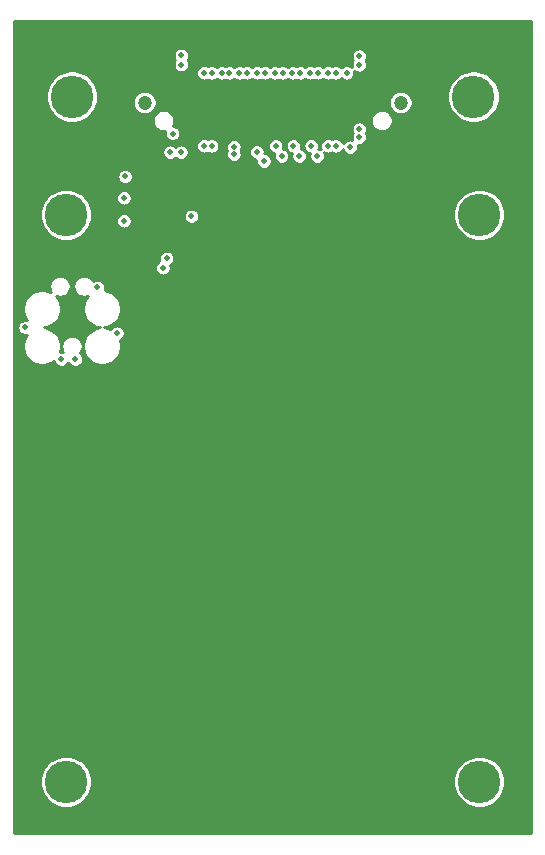
<source format=gbr>
%TF.GenerationSoftware,KiCad,Pcbnew,(5.1.9)-1*%
%TF.CreationDate,2021-04-06T13:05:03-07:00*%
%TF.ProjectId,SZG-TEMPLATE-TXR,535a472d-5445-44d5-904c-4154452d5458,A*%
%TF.SameCoordinates,Original*%
%TF.FileFunction,Copper,L2,Inr*%
%TF.FilePolarity,Positive*%
%FSLAX46Y46*%
G04 Gerber Fmt 4.6, Leading zero omitted, Abs format (unit mm)*
G04 Created by KiCad (PCBNEW (5.1.9)-1) date 2021-04-06 13:05:03*
%MOMM*%
%LPD*%
G01*
G04 APERTURE LIST*
%TA.AperFunction,ComponentPad*%
%ADD10C,1.200000*%
%TD*%
%TA.AperFunction,ComponentPad*%
%ADD11C,3.600000*%
%TD*%
%TA.AperFunction,ViaPad*%
%ADD12C,0.508000*%
%TD*%
%TA.AperFunction,Conductor*%
%ADD13C,0.254000*%
%TD*%
%TA.AperFunction,Conductor*%
%ADD14C,0.100000*%
%TD*%
G04 APERTURE END LIST*
D10*
%TO.N,N/C*%
%TO.C,J1*%
X131555320Y-66310000D03*
X153245320Y-66310000D03*
%TD*%
D11*
%TO.N,Net-(H6-Pad1)*%
%TO.C,H6*%
X159900000Y-123800000D03*
%TD*%
%TO.N,Net-(H5-Pad1)*%
%TO.C,H5*%
X124900000Y-123800000D03*
%TD*%
%TO.N,Net-(H4-Pad1)*%
%TO.C,H4*%
X159900000Y-75800000D03*
%TD*%
%TO.N,Net-(H3-Pad1)*%
%TO.C,H3*%
X124900000Y-75800000D03*
%TD*%
%TO.N,Net-(H2-Pad1)*%
%TO.C,H2*%
X159400000Y-65800000D03*
%TD*%
%TO.N,Net-(H1-Pad1)*%
%TO.C,H1*%
X125400000Y-65800000D03*
%TD*%
D12*
%TO.N,+5V*%
X134668730Y-63100000D03*
X134668730Y-62308600D03*
%TO.N,GND*%
X141276320Y-66531600D03*
X140438120Y-66531600D03*
X137451400Y-66544600D03*
X139422120Y-66531600D03*
X147499320Y-66550400D03*
X143689320Y-66550400D03*
X146229320Y-66550400D03*
X144959320Y-66550400D03*
X150166320Y-66550400D03*
X151436320Y-66550400D03*
X133057200Y-66544600D03*
X125400000Y-82100000D03*
X132295200Y-75960800D03*
X133301600Y-75960800D03*
X132295200Y-74751200D03*
X133301600Y-74751200D03*
X135521000Y-75259200D03*
X135394000Y-72135000D03*
X135419400Y-73786000D03*
X134022400Y-66544600D03*
%TO.N,+3V3*%
X149735520Y-62374800D03*
X149735520Y-63111400D03*
X125700000Y-88050000D03*
X135521000Y-75945000D03*
X133412800Y-79501000D03*
X134632000Y-70509400D03*
X133100000Y-80300000D03*
%TO.N,/R_GA*%
X133717600Y-70509400D03*
X133920800Y-68932200D03*
%TO.N,/RSVD_38*%
X148650320Y-63788400D03*
%TO.N,/RSVD_37*%
X148947120Y-70087600D03*
%TO.N,/C2P_CLKN*%
X147729720Y-63788400D03*
%TO.N,/P2C_CLKN*%
X147727920Y-69960600D03*
%TO.N,/C2P_CLKP*%
X147069320Y-63788400D03*
%TO.N,/P2C_CLKP*%
X147067520Y-69960600D03*
%TO.N,/MCU_SDA_MOSI*%
X129806000Y-76326000D03*
X129199996Y-85819910D03*
%TO.N,/MCU_SCL_USCK*%
X124500000Y-88050000D03*
X129907600Y-72566800D03*
%TO.N,/MCU_MISO*%
X121450002Y-85350000D03*
X129806000Y-74370200D03*
%TO.N,/MCU_RESET_B*%
X127550000Y-81950000D03*
%TO.N,/VIO*%
X149735520Y-69258200D03*
X149735520Y-68547000D03*
%TO.N,/RX0P*%
X136572130Y-69968400D03*
%TO.N,/RX0N*%
X137232530Y-69968400D03*
%TO.N,/TX2P*%
X145570720Y-63788400D03*
%TO.N,/S6*%
X142650320Y-69960600D03*
%TO.N,/TX1P*%
X138072120Y-63788400D03*
%TO.N,/RS3P*%
X144150320Y-69960600D03*
%TO.N,/TX3P*%
X144072120Y-63788400D03*
%TO.N,/S3*%
X141074920Y-63788400D03*
%TO.N,/TX0P*%
X136572130Y-63788400D03*
%TO.N,/S8*%
X143150320Y-70849600D03*
%TO.N,/S9*%
X143233920Y-63788400D03*
%TO.N,/RX1P*%
X139117320Y-70697200D03*
%TO.N,/RX1N*%
X139117320Y-70036800D03*
%TO.N,/TX2N*%
X146231120Y-63788400D03*
%TO.N,/RX2P*%
X145650330Y-69960600D03*
%TO.N,/S5*%
X141735320Y-63788400D03*
%TO.N,/RX2N*%
X146150320Y-70849600D03*
%TO.N,/TX3N*%
X144732520Y-63788400D03*
%TO.N,/S7*%
X142573520Y-63788400D03*
%TO.N,/S1*%
X140236720Y-63788400D03*
%TO.N,/S2*%
X141047720Y-70468600D03*
%TO.N,/S0*%
X139576320Y-63788400D03*
%TO.N,/S4*%
X141657320Y-71256000D03*
%TO.N,/TX1N*%
X138732520Y-63788400D03*
%TO.N,/RX3N*%
X144650320Y-70849600D03*
%TO.N,/TX0N*%
X137232530Y-63788400D03*
%TD*%
D13*
%TO.N,GND*%
X164262540Y-128162540D02*
X120537460Y-128162540D01*
X120537460Y-123582689D01*
X122693600Y-123582689D01*
X122693600Y-124017311D01*
X122778391Y-124443583D01*
X122944714Y-124845122D01*
X123186177Y-125206498D01*
X123493502Y-125513823D01*
X123854878Y-125755286D01*
X124256417Y-125921609D01*
X124682689Y-126006400D01*
X125117311Y-126006400D01*
X125543583Y-125921609D01*
X125945122Y-125755286D01*
X126306498Y-125513823D01*
X126613823Y-125206498D01*
X126855286Y-124845122D01*
X127021609Y-124443583D01*
X127106400Y-124017311D01*
X127106400Y-123582689D01*
X157693600Y-123582689D01*
X157693600Y-124017311D01*
X157778391Y-124443583D01*
X157944714Y-124845122D01*
X158186177Y-125206498D01*
X158493502Y-125513823D01*
X158854878Y-125755286D01*
X159256417Y-125921609D01*
X159682689Y-126006400D01*
X160117311Y-126006400D01*
X160543583Y-125921609D01*
X160945122Y-125755286D01*
X161306498Y-125513823D01*
X161613823Y-125206498D01*
X161855286Y-124845122D01*
X162021609Y-124443583D01*
X162106400Y-124017311D01*
X162106400Y-123582689D01*
X162021609Y-123156417D01*
X161855286Y-122754878D01*
X161613823Y-122393502D01*
X161306498Y-122086177D01*
X160945122Y-121844714D01*
X160543583Y-121678391D01*
X160117311Y-121593600D01*
X159682689Y-121593600D01*
X159256417Y-121678391D01*
X158854878Y-121844714D01*
X158493502Y-122086177D01*
X158186177Y-122393502D01*
X157944714Y-122754878D01*
X157778391Y-123156417D01*
X157693600Y-123582689D01*
X127106400Y-123582689D01*
X127021609Y-123156417D01*
X126855286Y-122754878D01*
X126613823Y-122393502D01*
X126306498Y-122086177D01*
X125945122Y-121844714D01*
X125543583Y-121678391D01*
X125117311Y-121593600D01*
X124682689Y-121593600D01*
X124256417Y-121678391D01*
X123854878Y-121844714D01*
X123493502Y-122086177D01*
X123186177Y-122393502D01*
X122944714Y-122754878D01*
X122778391Y-123156417D01*
X122693600Y-123582689D01*
X120537460Y-123582689D01*
X120537460Y-85284956D01*
X120789602Y-85284956D01*
X120789602Y-85415044D01*
X120814981Y-85542631D01*
X120864763Y-85662817D01*
X120937036Y-85770980D01*
X121029022Y-85862966D01*
X121137185Y-85935239D01*
X121257371Y-85985021D01*
X121384958Y-86010400D01*
X121515046Y-86010400D01*
X121571771Y-85999116D01*
X121447548Y-86185029D01*
X121327401Y-86475091D01*
X121266150Y-86783019D01*
X121266150Y-87096981D01*
X121327401Y-87404909D01*
X121447548Y-87694971D01*
X121621976Y-87956020D01*
X121843980Y-88178024D01*
X122105029Y-88352452D01*
X122395091Y-88472599D01*
X122703019Y-88533850D01*
X123016981Y-88533850D01*
X123324909Y-88472599D01*
X123614971Y-88352452D01*
X123854931Y-88192115D01*
X123864979Y-88242631D01*
X123914761Y-88362817D01*
X123987034Y-88470980D01*
X124079020Y-88562966D01*
X124187183Y-88635239D01*
X124307369Y-88685021D01*
X124434956Y-88710400D01*
X124565044Y-88710400D01*
X124692631Y-88685021D01*
X124812817Y-88635239D01*
X124920980Y-88562966D01*
X125012966Y-88470980D01*
X125085239Y-88362817D01*
X125100000Y-88327180D01*
X125114761Y-88362817D01*
X125187034Y-88470980D01*
X125279020Y-88562966D01*
X125387183Y-88635239D01*
X125507369Y-88685021D01*
X125634956Y-88710400D01*
X125765044Y-88710400D01*
X125892631Y-88685021D01*
X126012817Y-88635239D01*
X126120980Y-88562966D01*
X126212966Y-88470980D01*
X126285239Y-88362817D01*
X126335021Y-88242631D01*
X126360400Y-88115044D01*
X126360400Y-87984956D01*
X126335021Y-87857369D01*
X126285239Y-87737183D01*
X126212966Y-87629020D01*
X126120980Y-87537034D01*
X126095313Y-87519883D01*
X126100396Y-87514800D01*
X126199076Y-87367115D01*
X126267048Y-87203016D01*
X126301700Y-87028810D01*
X126301700Y-86851190D01*
X126267048Y-86676984D01*
X126199076Y-86512885D01*
X126100396Y-86365200D01*
X125974800Y-86239604D01*
X125827115Y-86140924D01*
X125663016Y-86072952D01*
X125488810Y-86038300D01*
X125311190Y-86038300D01*
X125136984Y-86072952D01*
X124972885Y-86140924D01*
X124825200Y-86239604D01*
X124699604Y-86365200D01*
X124600924Y-86512885D01*
X124532952Y-86676984D01*
X124498300Y-86851190D01*
X124498300Y-87028810D01*
X124532952Y-87203016D01*
X124600924Y-87367115D01*
X124623751Y-87401278D01*
X124565044Y-87389600D01*
X124434956Y-87389600D01*
X124394025Y-87397742D01*
X124453850Y-87096981D01*
X124453850Y-86783019D01*
X124392599Y-86475091D01*
X124272452Y-86185029D01*
X124098024Y-85923980D01*
X123876020Y-85701976D01*
X123614971Y-85527548D01*
X123324909Y-85407401D01*
X123048904Y-85352500D01*
X123324909Y-85297599D01*
X123614971Y-85177452D01*
X123876020Y-85003024D01*
X124098024Y-84781020D01*
X124272452Y-84519971D01*
X124392599Y-84229909D01*
X124453850Y-83921981D01*
X124453850Y-83608019D01*
X124392599Y-83300091D01*
X124272452Y-83010029D01*
X124098024Y-82748980D01*
X124044349Y-82695305D01*
X124120984Y-82727048D01*
X124295190Y-82761700D01*
X124472810Y-82761700D01*
X124647016Y-82727048D01*
X124811115Y-82659076D01*
X124958800Y-82560396D01*
X125084396Y-82434800D01*
X125183076Y-82287115D01*
X125251048Y-82123016D01*
X125285700Y-81948810D01*
X125285700Y-81771190D01*
X125514300Y-81771190D01*
X125514300Y-81948810D01*
X125548952Y-82123016D01*
X125616924Y-82287115D01*
X125715604Y-82434800D01*
X125841200Y-82560396D01*
X125988885Y-82659076D01*
X126152984Y-82727048D01*
X126327190Y-82761700D01*
X126504810Y-82761700D01*
X126679016Y-82727048D01*
X126755651Y-82695305D01*
X126701976Y-82748980D01*
X126527548Y-83010029D01*
X126407401Y-83300091D01*
X126346150Y-83608019D01*
X126346150Y-83921981D01*
X126407401Y-84229909D01*
X126527548Y-84519971D01*
X126701976Y-84781020D01*
X126923980Y-85003024D01*
X127185029Y-85177452D01*
X127475091Y-85297599D01*
X127751096Y-85352500D01*
X127475091Y-85407401D01*
X127185029Y-85527548D01*
X126923980Y-85701976D01*
X126701976Y-85923980D01*
X126527548Y-86185029D01*
X126407401Y-86475091D01*
X126346150Y-86783019D01*
X126346150Y-87096981D01*
X126407401Y-87404909D01*
X126527548Y-87694971D01*
X126701976Y-87956020D01*
X126923980Y-88178024D01*
X127185029Y-88352452D01*
X127475091Y-88472599D01*
X127783019Y-88533850D01*
X128096981Y-88533850D01*
X128404909Y-88472599D01*
X128694971Y-88352452D01*
X128956020Y-88178024D01*
X129178024Y-87956020D01*
X129352452Y-87694971D01*
X129472599Y-87404909D01*
X129533850Y-87096981D01*
X129533850Y-86783019D01*
X129472599Y-86475091D01*
X129453760Y-86429609D01*
X129512813Y-86405149D01*
X129620976Y-86332876D01*
X129712962Y-86240890D01*
X129785235Y-86132727D01*
X129835017Y-86012541D01*
X129860396Y-85884954D01*
X129860396Y-85754866D01*
X129835017Y-85627279D01*
X129785235Y-85507093D01*
X129712962Y-85398930D01*
X129620976Y-85306944D01*
X129512813Y-85234671D01*
X129392627Y-85184889D01*
X129265040Y-85159510D01*
X129134952Y-85159510D01*
X129007365Y-85184889D01*
X128887179Y-85234671D01*
X128779016Y-85306944D01*
X128687030Y-85398930D01*
X128621440Y-85497091D01*
X128404909Y-85407401D01*
X128128904Y-85352500D01*
X128404909Y-85297599D01*
X128694971Y-85177452D01*
X128956020Y-85003024D01*
X129178024Y-84781020D01*
X129352452Y-84519971D01*
X129472599Y-84229909D01*
X129533850Y-83921981D01*
X129533850Y-83608019D01*
X129472599Y-83300091D01*
X129352452Y-83010029D01*
X129178024Y-82748980D01*
X128956020Y-82526976D01*
X128694971Y-82352548D01*
X128404909Y-82232401D01*
X128167406Y-82185158D01*
X128185021Y-82142631D01*
X128210400Y-82015044D01*
X128210400Y-81884956D01*
X128185021Y-81757369D01*
X128135239Y-81637183D01*
X128062966Y-81529020D01*
X127970980Y-81437034D01*
X127862817Y-81364761D01*
X127742631Y-81314979D01*
X127615044Y-81289600D01*
X127484956Y-81289600D01*
X127357369Y-81314979D01*
X127237183Y-81364761D01*
X127190430Y-81396000D01*
X127116396Y-81285200D01*
X126990800Y-81159604D01*
X126843115Y-81060924D01*
X126679016Y-80992952D01*
X126504810Y-80958300D01*
X126327190Y-80958300D01*
X126152984Y-80992952D01*
X125988885Y-81060924D01*
X125841200Y-81159604D01*
X125715604Y-81285200D01*
X125616924Y-81432885D01*
X125548952Y-81596984D01*
X125514300Y-81771190D01*
X125285700Y-81771190D01*
X125251048Y-81596984D01*
X125183076Y-81432885D01*
X125084396Y-81285200D01*
X124958800Y-81159604D01*
X124811115Y-81060924D01*
X124647016Y-80992952D01*
X124472810Y-80958300D01*
X124295190Y-80958300D01*
X124120984Y-80992952D01*
X123956885Y-81060924D01*
X123809200Y-81159604D01*
X123683604Y-81285200D01*
X123584924Y-81432885D01*
X123516952Y-81596984D01*
X123482300Y-81771190D01*
X123482300Y-81948810D01*
X123516952Y-82123016D01*
X123584924Y-82287115D01*
X123639674Y-82369054D01*
X123614971Y-82352548D01*
X123324909Y-82232401D01*
X123016981Y-82171150D01*
X122703019Y-82171150D01*
X122395091Y-82232401D01*
X122105029Y-82352548D01*
X121843980Y-82526976D01*
X121621976Y-82748980D01*
X121447548Y-83010029D01*
X121327401Y-83300091D01*
X121266150Y-83608019D01*
X121266150Y-83921981D01*
X121327401Y-84229909D01*
X121447548Y-84519971D01*
X121567918Y-84700117D01*
X121515046Y-84689600D01*
X121384958Y-84689600D01*
X121257371Y-84714979D01*
X121137185Y-84764761D01*
X121029022Y-84837034D01*
X120937036Y-84929020D01*
X120864763Y-85037183D01*
X120814981Y-85157369D01*
X120789602Y-85284956D01*
X120537460Y-85284956D01*
X120537460Y-80234956D01*
X132439600Y-80234956D01*
X132439600Y-80365044D01*
X132464979Y-80492631D01*
X132514761Y-80612817D01*
X132587034Y-80720980D01*
X132679020Y-80812966D01*
X132787183Y-80885239D01*
X132907369Y-80935021D01*
X133034956Y-80960400D01*
X133165044Y-80960400D01*
X133292631Y-80935021D01*
X133412817Y-80885239D01*
X133520980Y-80812966D01*
X133612966Y-80720980D01*
X133685239Y-80612817D01*
X133735021Y-80492631D01*
X133760400Y-80365044D01*
X133760400Y-80234956D01*
X133735021Y-80107369D01*
X133726127Y-80085898D01*
X133833780Y-80013966D01*
X133925766Y-79921980D01*
X133998039Y-79813817D01*
X134047821Y-79693631D01*
X134073200Y-79566044D01*
X134073200Y-79435956D01*
X134047821Y-79308369D01*
X133998039Y-79188183D01*
X133925766Y-79080020D01*
X133833780Y-78988034D01*
X133725617Y-78915761D01*
X133605431Y-78865979D01*
X133477844Y-78840600D01*
X133347756Y-78840600D01*
X133220169Y-78865979D01*
X133099983Y-78915761D01*
X132991820Y-78988034D01*
X132899834Y-79080020D01*
X132827561Y-79188183D01*
X132777779Y-79308369D01*
X132752400Y-79435956D01*
X132752400Y-79566044D01*
X132777779Y-79693631D01*
X132786673Y-79715102D01*
X132679020Y-79787034D01*
X132587034Y-79879020D01*
X132514761Y-79987183D01*
X132464979Y-80107369D01*
X132439600Y-80234956D01*
X120537460Y-80234956D01*
X120537460Y-75582689D01*
X122693600Y-75582689D01*
X122693600Y-76017311D01*
X122778391Y-76443583D01*
X122944714Y-76845122D01*
X123186177Y-77206498D01*
X123493502Y-77513823D01*
X123854878Y-77755286D01*
X124256417Y-77921609D01*
X124682689Y-78006400D01*
X125117311Y-78006400D01*
X125543583Y-77921609D01*
X125945122Y-77755286D01*
X126306498Y-77513823D01*
X126613823Y-77206498D01*
X126855286Y-76845122D01*
X127021609Y-76443583D01*
X127057935Y-76260956D01*
X129145600Y-76260956D01*
X129145600Y-76391044D01*
X129170979Y-76518631D01*
X129220761Y-76638817D01*
X129293034Y-76746980D01*
X129385020Y-76838966D01*
X129493183Y-76911239D01*
X129613369Y-76961021D01*
X129740956Y-76986400D01*
X129871044Y-76986400D01*
X129998631Y-76961021D01*
X130118817Y-76911239D01*
X130226980Y-76838966D01*
X130318966Y-76746980D01*
X130391239Y-76638817D01*
X130441021Y-76518631D01*
X130466400Y-76391044D01*
X130466400Y-76260956D01*
X130441021Y-76133369D01*
X130391239Y-76013183D01*
X130318966Y-75905020D01*
X130293902Y-75879956D01*
X134860600Y-75879956D01*
X134860600Y-76010044D01*
X134885979Y-76137631D01*
X134935761Y-76257817D01*
X135008034Y-76365980D01*
X135100020Y-76457966D01*
X135208183Y-76530239D01*
X135328369Y-76580021D01*
X135455956Y-76605400D01*
X135586044Y-76605400D01*
X135713631Y-76580021D01*
X135833817Y-76530239D01*
X135941980Y-76457966D01*
X136033966Y-76365980D01*
X136106239Y-76257817D01*
X136156021Y-76137631D01*
X136181400Y-76010044D01*
X136181400Y-75879956D01*
X136156021Y-75752369D01*
X136106239Y-75632183D01*
X136073168Y-75582689D01*
X157693600Y-75582689D01*
X157693600Y-76017311D01*
X157778391Y-76443583D01*
X157944714Y-76845122D01*
X158186177Y-77206498D01*
X158493502Y-77513823D01*
X158854878Y-77755286D01*
X159256417Y-77921609D01*
X159682689Y-78006400D01*
X160117311Y-78006400D01*
X160543583Y-77921609D01*
X160945122Y-77755286D01*
X161306498Y-77513823D01*
X161613823Y-77206498D01*
X161855286Y-76845122D01*
X162021609Y-76443583D01*
X162106400Y-76017311D01*
X162106400Y-75582689D01*
X162021609Y-75156417D01*
X161855286Y-74754878D01*
X161613823Y-74393502D01*
X161306498Y-74086177D01*
X160945122Y-73844714D01*
X160543583Y-73678391D01*
X160117311Y-73593600D01*
X159682689Y-73593600D01*
X159256417Y-73678391D01*
X158854878Y-73844714D01*
X158493502Y-74086177D01*
X158186177Y-74393502D01*
X157944714Y-74754878D01*
X157778391Y-75156417D01*
X157693600Y-75582689D01*
X136073168Y-75582689D01*
X136033966Y-75524020D01*
X135941980Y-75432034D01*
X135833817Y-75359761D01*
X135713631Y-75309979D01*
X135586044Y-75284600D01*
X135455956Y-75284600D01*
X135328369Y-75309979D01*
X135208183Y-75359761D01*
X135100020Y-75432034D01*
X135008034Y-75524020D01*
X134935761Y-75632183D01*
X134885979Y-75752369D01*
X134860600Y-75879956D01*
X130293902Y-75879956D01*
X130226980Y-75813034D01*
X130118817Y-75740761D01*
X129998631Y-75690979D01*
X129871044Y-75665600D01*
X129740956Y-75665600D01*
X129613369Y-75690979D01*
X129493183Y-75740761D01*
X129385020Y-75813034D01*
X129293034Y-75905020D01*
X129220761Y-76013183D01*
X129170979Y-76133369D01*
X129145600Y-76260956D01*
X127057935Y-76260956D01*
X127106400Y-76017311D01*
X127106400Y-75582689D01*
X127021609Y-75156417D01*
X126855286Y-74754878D01*
X126613823Y-74393502D01*
X126525477Y-74305156D01*
X129145600Y-74305156D01*
X129145600Y-74435244D01*
X129170979Y-74562831D01*
X129220761Y-74683017D01*
X129293034Y-74791180D01*
X129385020Y-74883166D01*
X129493183Y-74955439D01*
X129613369Y-75005221D01*
X129740956Y-75030600D01*
X129871044Y-75030600D01*
X129998631Y-75005221D01*
X130118817Y-74955439D01*
X130226980Y-74883166D01*
X130318966Y-74791180D01*
X130391239Y-74683017D01*
X130441021Y-74562831D01*
X130466400Y-74435244D01*
X130466400Y-74305156D01*
X130441021Y-74177569D01*
X130391239Y-74057383D01*
X130318966Y-73949220D01*
X130226980Y-73857234D01*
X130118817Y-73784961D01*
X129998631Y-73735179D01*
X129871044Y-73709800D01*
X129740956Y-73709800D01*
X129613369Y-73735179D01*
X129493183Y-73784961D01*
X129385020Y-73857234D01*
X129293034Y-73949220D01*
X129220761Y-74057383D01*
X129170979Y-74177569D01*
X129145600Y-74305156D01*
X126525477Y-74305156D01*
X126306498Y-74086177D01*
X125945122Y-73844714D01*
X125543583Y-73678391D01*
X125117311Y-73593600D01*
X124682689Y-73593600D01*
X124256417Y-73678391D01*
X123854878Y-73844714D01*
X123493502Y-74086177D01*
X123186177Y-74393502D01*
X122944714Y-74754878D01*
X122778391Y-75156417D01*
X122693600Y-75582689D01*
X120537460Y-75582689D01*
X120537460Y-72501756D01*
X129247200Y-72501756D01*
X129247200Y-72631844D01*
X129272579Y-72759431D01*
X129322361Y-72879617D01*
X129394634Y-72987780D01*
X129486620Y-73079766D01*
X129594783Y-73152039D01*
X129714969Y-73201821D01*
X129842556Y-73227200D01*
X129972644Y-73227200D01*
X130100231Y-73201821D01*
X130220417Y-73152039D01*
X130328580Y-73079766D01*
X130420566Y-72987780D01*
X130492839Y-72879617D01*
X130542621Y-72759431D01*
X130568000Y-72631844D01*
X130568000Y-72501756D01*
X130542621Y-72374169D01*
X130492839Y-72253983D01*
X130420566Y-72145820D01*
X130328580Y-72053834D01*
X130220417Y-71981561D01*
X130100231Y-71931779D01*
X129972644Y-71906400D01*
X129842556Y-71906400D01*
X129714969Y-71931779D01*
X129594783Y-71981561D01*
X129486620Y-72053834D01*
X129394634Y-72145820D01*
X129322361Y-72253983D01*
X129272579Y-72374169D01*
X129247200Y-72501756D01*
X120537460Y-72501756D01*
X120537460Y-70444356D01*
X133057200Y-70444356D01*
X133057200Y-70574444D01*
X133082579Y-70702031D01*
X133132361Y-70822217D01*
X133204634Y-70930380D01*
X133296620Y-71022366D01*
X133404783Y-71094639D01*
X133524969Y-71144421D01*
X133652556Y-71169800D01*
X133782644Y-71169800D01*
X133910231Y-71144421D01*
X134030417Y-71094639D01*
X134138580Y-71022366D01*
X134174800Y-70986146D01*
X134211020Y-71022366D01*
X134319183Y-71094639D01*
X134439369Y-71144421D01*
X134566956Y-71169800D01*
X134697044Y-71169800D01*
X134824631Y-71144421D01*
X134944817Y-71094639D01*
X135052980Y-71022366D01*
X135144966Y-70930380D01*
X135217239Y-70822217D01*
X135267021Y-70702031D01*
X135292400Y-70574444D01*
X135292400Y-70444356D01*
X135267021Y-70316769D01*
X135217239Y-70196583D01*
X135144966Y-70088420D01*
X135052980Y-69996434D01*
X134944817Y-69924161D01*
X134894589Y-69903356D01*
X135911730Y-69903356D01*
X135911730Y-70033444D01*
X135937109Y-70161031D01*
X135986891Y-70281217D01*
X136059164Y-70389380D01*
X136151150Y-70481366D01*
X136259313Y-70553639D01*
X136379499Y-70603421D01*
X136507086Y-70628800D01*
X136637174Y-70628800D01*
X136764761Y-70603421D01*
X136884947Y-70553639D01*
X136902330Y-70542024D01*
X136919713Y-70553639D01*
X137039899Y-70603421D01*
X137167486Y-70628800D01*
X137297574Y-70628800D01*
X137425161Y-70603421D01*
X137545347Y-70553639D01*
X137653510Y-70481366D01*
X137745496Y-70389380D01*
X137817769Y-70281217D01*
X137867551Y-70161031D01*
X137892930Y-70033444D01*
X137892930Y-69971756D01*
X138456920Y-69971756D01*
X138456920Y-70101844D01*
X138482299Y-70229431D01*
X138532081Y-70349617D01*
X138543696Y-70367000D01*
X138532081Y-70384383D01*
X138482299Y-70504569D01*
X138456920Y-70632156D01*
X138456920Y-70762244D01*
X138482299Y-70889831D01*
X138532081Y-71010017D01*
X138604354Y-71118180D01*
X138696340Y-71210166D01*
X138804503Y-71282439D01*
X138924689Y-71332221D01*
X139052276Y-71357600D01*
X139182364Y-71357600D01*
X139309951Y-71332221D01*
X139430137Y-71282439D01*
X139538300Y-71210166D01*
X139630286Y-71118180D01*
X139702559Y-71010017D01*
X139752341Y-70889831D01*
X139777720Y-70762244D01*
X139777720Y-70632156D01*
X139752341Y-70504569D01*
X139710501Y-70403556D01*
X140387320Y-70403556D01*
X140387320Y-70533644D01*
X140412699Y-70661231D01*
X140462481Y-70781417D01*
X140534754Y-70889580D01*
X140626740Y-70981566D01*
X140734903Y-71053839D01*
X140855089Y-71103621D01*
X140982676Y-71129000D01*
X141009244Y-71129000D01*
X140996920Y-71190956D01*
X140996920Y-71321044D01*
X141022299Y-71448631D01*
X141072081Y-71568817D01*
X141144354Y-71676980D01*
X141236340Y-71768966D01*
X141344503Y-71841239D01*
X141464689Y-71891021D01*
X141592276Y-71916400D01*
X141722364Y-71916400D01*
X141849951Y-71891021D01*
X141970137Y-71841239D01*
X142078300Y-71768966D01*
X142170286Y-71676980D01*
X142242559Y-71568817D01*
X142292341Y-71448631D01*
X142317720Y-71321044D01*
X142317720Y-71190956D01*
X142292341Y-71063369D01*
X142242559Y-70943183D01*
X142170286Y-70835020D01*
X142078300Y-70743034D01*
X141970137Y-70670761D01*
X141849951Y-70620979D01*
X141722364Y-70595600D01*
X141695796Y-70595600D01*
X141708120Y-70533644D01*
X141708120Y-70403556D01*
X141682741Y-70275969D01*
X141632959Y-70155783D01*
X141560686Y-70047620D01*
X141468700Y-69955634D01*
X141378788Y-69895556D01*
X141989920Y-69895556D01*
X141989920Y-70025644D01*
X142015299Y-70153231D01*
X142065081Y-70273417D01*
X142137354Y-70381580D01*
X142229340Y-70473566D01*
X142337503Y-70545839D01*
X142457689Y-70595621D01*
X142534390Y-70610878D01*
X142515299Y-70656969D01*
X142489920Y-70784556D01*
X142489920Y-70914644D01*
X142515299Y-71042231D01*
X142565081Y-71162417D01*
X142637354Y-71270580D01*
X142729340Y-71362566D01*
X142837503Y-71434839D01*
X142957689Y-71484621D01*
X143085276Y-71510000D01*
X143215364Y-71510000D01*
X143342951Y-71484621D01*
X143463137Y-71434839D01*
X143571300Y-71362566D01*
X143663286Y-71270580D01*
X143735559Y-71162417D01*
X143785341Y-71042231D01*
X143810720Y-70914644D01*
X143810720Y-70784556D01*
X143785341Y-70656969D01*
X143735559Y-70536783D01*
X143663286Y-70428620D01*
X143571300Y-70336634D01*
X143463137Y-70264361D01*
X143342951Y-70214579D01*
X143266250Y-70199322D01*
X143285341Y-70153231D01*
X143310720Y-70025644D01*
X143310720Y-69895556D01*
X143489920Y-69895556D01*
X143489920Y-70025644D01*
X143515299Y-70153231D01*
X143565081Y-70273417D01*
X143637354Y-70381580D01*
X143729340Y-70473566D01*
X143837503Y-70545839D01*
X143957689Y-70595621D01*
X144034390Y-70610878D01*
X144015299Y-70656969D01*
X143989920Y-70784556D01*
X143989920Y-70914644D01*
X144015299Y-71042231D01*
X144065081Y-71162417D01*
X144137354Y-71270580D01*
X144229340Y-71362566D01*
X144337503Y-71434839D01*
X144457689Y-71484621D01*
X144585276Y-71510000D01*
X144715364Y-71510000D01*
X144842951Y-71484621D01*
X144963137Y-71434839D01*
X145071300Y-71362566D01*
X145163286Y-71270580D01*
X145235559Y-71162417D01*
X145285341Y-71042231D01*
X145310720Y-70914644D01*
X145310720Y-70784556D01*
X145285341Y-70656969D01*
X145235559Y-70536783D01*
X145163286Y-70428620D01*
X145071300Y-70336634D01*
X144963137Y-70264361D01*
X144842951Y-70214579D01*
X144766250Y-70199322D01*
X144785341Y-70153231D01*
X144810720Y-70025644D01*
X144810720Y-69895556D01*
X144989930Y-69895556D01*
X144989930Y-70025644D01*
X145015309Y-70153231D01*
X145065091Y-70273417D01*
X145137364Y-70381580D01*
X145229350Y-70473566D01*
X145337513Y-70545839D01*
X145457699Y-70595621D01*
X145534391Y-70610876D01*
X145515299Y-70656969D01*
X145489920Y-70784556D01*
X145489920Y-70914644D01*
X145515299Y-71042231D01*
X145565081Y-71162417D01*
X145637354Y-71270580D01*
X145729340Y-71362566D01*
X145837503Y-71434839D01*
X145957689Y-71484621D01*
X146085276Y-71510000D01*
X146215364Y-71510000D01*
X146342951Y-71484621D01*
X146463137Y-71434839D01*
X146571300Y-71362566D01*
X146663286Y-71270580D01*
X146735559Y-71162417D01*
X146785341Y-71042231D01*
X146810720Y-70914644D01*
X146810720Y-70784556D01*
X146785341Y-70656969D01*
X146735559Y-70536783D01*
X146731049Y-70530034D01*
X146754703Y-70545839D01*
X146874889Y-70595621D01*
X147002476Y-70621000D01*
X147132564Y-70621000D01*
X147260151Y-70595621D01*
X147380337Y-70545839D01*
X147397720Y-70534224D01*
X147415103Y-70545839D01*
X147535289Y-70595621D01*
X147662876Y-70621000D01*
X147792964Y-70621000D01*
X147920551Y-70595621D01*
X148040737Y-70545839D01*
X148148900Y-70473566D01*
X148240886Y-70381580D01*
X148311298Y-70276203D01*
X148312099Y-70280231D01*
X148361881Y-70400417D01*
X148434154Y-70508580D01*
X148526140Y-70600566D01*
X148634303Y-70672839D01*
X148754489Y-70722621D01*
X148882076Y-70748000D01*
X149012164Y-70748000D01*
X149139751Y-70722621D01*
X149259937Y-70672839D01*
X149368100Y-70600566D01*
X149460086Y-70508580D01*
X149532359Y-70400417D01*
X149582141Y-70280231D01*
X149607520Y-70152644D01*
X149607520Y-70022556D01*
X149583396Y-69901278D01*
X149670476Y-69918600D01*
X149800564Y-69918600D01*
X149928151Y-69893221D01*
X150048337Y-69843439D01*
X150156500Y-69771166D01*
X150248486Y-69679180D01*
X150320759Y-69571017D01*
X150370541Y-69450831D01*
X150395920Y-69323244D01*
X150395920Y-69193156D01*
X150370541Y-69065569D01*
X150320759Y-68945383D01*
X150292172Y-68902600D01*
X150320759Y-68859817D01*
X150370541Y-68739631D01*
X150395920Y-68612044D01*
X150395920Y-68481956D01*
X150370541Y-68354369D01*
X150320759Y-68234183D01*
X150248486Y-68126020D01*
X150156500Y-68034034D01*
X150048337Y-67961761D01*
X149928151Y-67911979D01*
X149800564Y-67886600D01*
X149670476Y-67886600D01*
X149542889Y-67911979D01*
X149422703Y-67961761D01*
X149314540Y-68034034D01*
X149222554Y-68126020D01*
X149150281Y-68234183D01*
X149100499Y-68354369D01*
X149075120Y-68481956D01*
X149075120Y-68612044D01*
X149100499Y-68739631D01*
X149150281Y-68859817D01*
X149178868Y-68902600D01*
X149150281Y-68945383D01*
X149100499Y-69065569D01*
X149075120Y-69193156D01*
X149075120Y-69323244D01*
X149099244Y-69444522D01*
X149012164Y-69427200D01*
X148882076Y-69427200D01*
X148754489Y-69452579D01*
X148634303Y-69502361D01*
X148526140Y-69574634D01*
X148434154Y-69666620D01*
X148363742Y-69771997D01*
X148362941Y-69767969D01*
X148313159Y-69647783D01*
X148240886Y-69539620D01*
X148148900Y-69447634D01*
X148040737Y-69375361D01*
X147920551Y-69325579D01*
X147792964Y-69300200D01*
X147662876Y-69300200D01*
X147535289Y-69325579D01*
X147415103Y-69375361D01*
X147397720Y-69386976D01*
X147380337Y-69375361D01*
X147260151Y-69325579D01*
X147132564Y-69300200D01*
X147002476Y-69300200D01*
X146874889Y-69325579D01*
X146754703Y-69375361D01*
X146646540Y-69447634D01*
X146554554Y-69539620D01*
X146482281Y-69647783D01*
X146432499Y-69767969D01*
X146407120Y-69895556D01*
X146407120Y-70025644D01*
X146432499Y-70153231D01*
X146482281Y-70273417D01*
X146486791Y-70280166D01*
X146463137Y-70264361D01*
X146342951Y-70214579D01*
X146266259Y-70199324D01*
X146285351Y-70153231D01*
X146310730Y-70025644D01*
X146310730Y-69895556D01*
X146285351Y-69767969D01*
X146235569Y-69647783D01*
X146163296Y-69539620D01*
X146071310Y-69447634D01*
X145963147Y-69375361D01*
X145842961Y-69325579D01*
X145715374Y-69300200D01*
X145585286Y-69300200D01*
X145457699Y-69325579D01*
X145337513Y-69375361D01*
X145229350Y-69447634D01*
X145137364Y-69539620D01*
X145065091Y-69647783D01*
X145015309Y-69767969D01*
X144989930Y-69895556D01*
X144810720Y-69895556D01*
X144785341Y-69767969D01*
X144735559Y-69647783D01*
X144663286Y-69539620D01*
X144571300Y-69447634D01*
X144463137Y-69375361D01*
X144342951Y-69325579D01*
X144215364Y-69300200D01*
X144085276Y-69300200D01*
X143957689Y-69325579D01*
X143837503Y-69375361D01*
X143729340Y-69447634D01*
X143637354Y-69539620D01*
X143565081Y-69647783D01*
X143515299Y-69767969D01*
X143489920Y-69895556D01*
X143310720Y-69895556D01*
X143285341Y-69767969D01*
X143235559Y-69647783D01*
X143163286Y-69539620D01*
X143071300Y-69447634D01*
X142963137Y-69375361D01*
X142842951Y-69325579D01*
X142715364Y-69300200D01*
X142585276Y-69300200D01*
X142457689Y-69325579D01*
X142337503Y-69375361D01*
X142229340Y-69447634D01*
X142137354Y-69539620D01*
X142065081Y-69647783D01*
X142015299Y-69767969D01*
X141989920Y-69895556D01*
X141378788Y-69895556D01*
X141360537Y-69883361D01*
X141240351Y-69833579D01*
X141112764Y-69808200D01*
X140982676Y-69808200D01*
X140855089Y-69833579D01*
X140734903Y-69883361D01*
X140626740Y-69955634D01*
X140534754Y-70047620D01*
X140462481Y-70155783D01*
X140412699Y-70275969D01*
X140387320Y-70403556D01*
X139710501Y-70403556D01*
X139702559Y-70384383D01*
X139690944Y-70367000D01*
X139702559Y-70349617D01*
X139752341Y-70229431D01*
X139777720Y-70101844D01*
X139777720Y-69971756D01*
X139752341Y-69844169D01*
X139702559Y-69723983D01*
X139630286Y-69615820D01*
X139538300Y-69523834D01*
X139430137Y-69451561D01*
X139309951Y-69401779D01*
X139182364Y-69376400D01*
X139052276Y-69376400D01*
X138924689Y-69401779D01*
X138804503Y-69451561D01*
X138696340Y-69523834D01*
X138604354Y-69615820D01*
X138532081Y-69723983D01*
X138482299Y-69844169D01*
X138456920Y-69971756D01*
X137892930Y-69971756D01*
X137892930Y-69903356D01*
X137867551Y-69775769D01*
X137817769Y-69655583D01*
X137745496Y-69547420D01*
X137653510Y-69455434D01*
X137545347Y-69383161D01*
X137425161Y-69333379D01*
X137297574Y-69308000D01*
X137167486Y-69308000D01*
X137039899Y-69333379D01*
X136919713Y-69383161D01*
X136902330Y-69394776D01*
X136884947Y-69383161D01*
X136764761Y-69333379D01*
X136637174Y-69308000D01*
X136507086Y-69308000D01*
X136379499Y-69333379D01*
X136259313Y-69383161D01*
X136151150Y-69455434D01*
X136059164Y-69547420D01*
X135986891Y-69655583D01*
X135937109Y-69775769D01*
X135911730Y-69903356D01*
X134894589Y-69903356D01*
X134824631Y-69874379D01*
X134697044Y-69849000D01*
X134566956Y-69849000D01*
X134439369Y-69874379D01*
X134319183Y-69924161D01*
X134211020Y-69996434D01*
X134174800Y-70032654D01*
X134138580Y-69996434D01*
X134030417Y-69924161D01*
X133910231Y-69874379D01*
X133782644Y-69849000D01*
X133652556Y-69849000D01*
X133524969Y-69874379D01*
X133404783Y-69924161D01*
X133296620Y-69996434D01*
X133204634Y-70088420D01*
X133132361Y-70196583D01*
X133082579Y-70316769D01*
X133057200Y-70444356D01*
X120537460Y-70444356D01*
X120537460Y-65582689D01*
X123193600Y-65582689D01*
X123193600Y-66017311D01*
X123278391Y-66443583D01*
X123444714Y-66845122D01*
X123686177Y-67206498D01*
X123993502Y-67513823D01*
X124354878Y-67755286D01*
X124756417Y-67921609D01*
X125182689Y-68006400D01*
X125617311Y-68006400D01*
X126043583Y-67921609D01*
X126445122Y-67755286D01*
X126453419Y-67749742D01*
X132243920Y-67749742D01*
X132243920Y-67930258D01*
X132279137Y-68107304D01*
X132348217Y-68274078D01*
X132448506Y-68424171D01*
X132576149Y-68551814D01*
X132726242Y-68652103D01*
X132893016Y-68721183D01*
X133070062Y-68756400D01*
X133250578Y-68756400D01*
X133283743Y-68749803D01*
X133260400Y-68867156D01*
X133260400Y-68997244D01*
X133285779Y-69124831D01*
X133335561Y-69245017D01*
X133407834Y-69353180D01*
X133499820Y-69445166D01*
X133607983Y-69517439D01*
X133728169Y-69567221D01*
X133855756Y-69592600D01*
X133985844Y-69592600D01*
X134113431Y-69567221D01*
X134233617Y-69517439D01*
X134341780Y-69445166D01*
X134433766Y-69353180D01*
X134506039Y-69245017D01*
X134555821Y-69124831D01*
X134581200Y-68997244D01*
X134581200Y-68867156D01*
X134555821Y-68739569D01*
X134506039Y-68619383D01*
X134433766Y-68511220D01*
X134341780Y-68419234D01*
X134233617Y-68346961D01*
X134113431Y-68297179D01*
X133985844Y-68271800D01*
X133973367Y-68271800D01*
X134041503Y-68107304D01*
X134076720Y-67930258D01*
X134076720Y-67749742D01*
X150723920Y-67749742D01*
X150723920Y-67930258D01*
X150759137Y-68107304D01*
X150828217Y-68274078D01*
X150928506Y-68424171D01*
X151056149Y-68551814D01*
X151206242Y-68652103D01*
X151373016Y-68721183D01*
X151550062Y-68756400D01*
X151730578Y-68756400D01*
X151907624Y-68721183D01*
X152074398Y-68652103D01*
X152224491Y-68551814D01*
X152352134Y-68424171D01*
X152452423Y-68274078D01*
X152521503Y-68107304D01*
X152556720Y-67930258D01*
X152556720Y-67749742D01*
X152521503Y-67572696D01*
X152452423Y-67405922D01*
X152352134Y-67255829D01*
X152224491Y-67128186D01*
X152074398Y-67027897D01*
X151907624Y-66958817D01*
X151730578Y-66923600D01*
X151550062Y-66923600D01*
X151373016Y-66958817D01*
X151206242Y-67027897D01*
X151056149Y-67128186D01*
X150928506Y-67255829D01*
X150828217Y-67405922D01*
X150759137Y-67572696D01*
X150723920Y-67749742D01*
X134076720Y-67749742D01*
X134041503Y-67572696D01*
X133972423Y-67405922D01*
X133872134Y-67255829D01*
X133744491Y-67128186D01*
X133594398Y-67027897D01*
X133427624Y-66958817D01*
X133250578Y-66923600D01*
X133070062Y-66923600D01*
X132893016Y-66958817D01*
X132726242Y-67027897D01*
X132576149Y-67128186D01*
X132448506Y-67255829D01*
X132348217Y-67405922D01*
X132279137Y-67572696D01*
X132243920Y-67749742D01*
X126453419Y-67749742D01*
X126806498Y-67513823D01*
X127113823Y-67206498D01*
X127355286Y-66845122D01*
X127521609Y-66443583D01*
X127567897Y-66210878D01*
X130548920Y-66210878D01*
X130548920Y-66409122D01*
X130587595Y-66603556D01*
X130663459Y-66786709D01*
X130773598Y-66951543D01*
X130913777Y-67091722D01*
X131078611Y-67201861D01*
X131261764Y-67277725D01*
X131456198Y-67316400D01*
X131654442Y-67316400D01*
X131848876Y-67277725D01*
X132032029Y-67201861D01*
X132196863Y-67091722D01*
X132337042Y-66951543D01*
X132447181Y-66786709D01*
X132523045Y-66603556D01*
X132561720Y-66409122D01*
X132561720Y-66210878D01*
X152238920Y-66210878D01*
X152238920Y-66409122D01*
X152277595Y-66603556D01*
X152353459Y-66786709D01*
X152463598Y-66951543D01*
X152603777Y-67091722D01*
X152768611Y-67201861D01*
X152951764Y-67277725D01*
X153146198Y-67316400D01*
X153344442Y-67316400D01*
X153538876Y-67277725D01*
X153722029Y-67201861D01*
X153886863Y-67091722D01*
X154027042Y-66951543D01*
X154137181Y-66786709D01*
X154213045Y-66603556D01*
X154251720Y-66409122D01*
X154251720Y-66210878D01*
X154213045Y-66016444D01*
X154137181Y-65833291D01*
X154027042Y-65668457D01*
X153941274Y-65582689D01*
X157193600Y-65582689D01*
X157193600Y-66017311D01*
X157278391Y-66443583D01*
X157444714Y-66845122D01*
X157686177Y-67206498D01*
X157993502Y-67513823D01*
X158354878Y-67755286D01*
X158756417Y-67921609D01*
X159182689Y-68006400D01*
X159617311Y-68006400D01*
X160043583Y-67921609D01*
X160445122Y-67755286D01*
X160806498Y-67513823D01*
X161113823Y-67206498D01*
X161355286Y-66845122D01*
X161521609Y-66443583D01*
X161606400Y-66017311D01*
X161606400Y-65582689D01*
X161521609Y-65156417D01*
X161355286Y-64754878D01*
X161113823Y-64393502D01*
X160806498Y-64086177D01*
X160445122Y-63844714D01*
X160043583Y-63678391D01*
X159617311Y-63593600D01*
X159182689Y-63593600D01*
X158756417Y-63678391D01*
X158354878Y-63844714D01*
X157993502Y-64086177D01*
X157686177Y-64393502D01*
X157444714Y-64754878D01*
X157278391Y-65156417D01*
X157193600Y-65582689D01*
X153941274Y-65582689D01*
X153886863Y-65528278D01*
X153722029Y-65418139D01*
X153538876Y-65342275D01*
X153344442Y-65303600D01*
X153146198Y-65303600D01*
X152951764Y-65342275D01*
X152768611Y-65418139D01*
X152603777Y-65528278D01*
X152463598Y-65668457D01*
X152353459Y-65833291D01*
X152277595Y-66016444D01*
X152238920Y-66210878D01*
X132561720Y-66210878D01*
X132523045Y-66016444D01*
X132447181Y-65833291D01*
X132337042Y-65668457D01*
X132196863Y-65528278D01*
X132032029Y-65418139D01*
X131848876Y-65342275D01*
X131654442Y-65303600D01*
X131456198Y-65303600D01*
X131261764Y-65342275D01*
X131078611Y-65418139D01*
X130913777Y-65528278D01*
X130773598Y-65668457D01*
X130663459Y-65833291D01*
X130587595Y-66016444D01*
X130548920Y-66210878D01*
X127567897Y-66210878D01*
X127606400Y-66017311D01*
X127606400Y-65582689D01*
X127521609Y-65156417D01*
X127355286Y-64754878D01*
X127113823Y-64393502D01*
X126806498Y-64086177D01*
X126445122Y-63844714D01*
X126043583Y-63678391D01*
X125617311Y-63593600D01*
X125182689Y-63593600D01*
X124756417Y-63678391D01*
X124354878Y-63844714D01*
X123993502Y-64086177D01*
X123686177Y-64393502D01*
X123444714Y-64754878D01*
X123278391Y-65156417D01*
X123193600Y-65582689D01*
X120537460Y-65582689D01*
X120537460Y-62243556D01*
X134008330Y-62243556D01*
X134008330Y-62373644D01*
X134033709Y-62501231D01*
X134083491Y-62621417D01*
X134138872Y-62704300D01*
X134083491Y-62787183D01*
X134033709Y-62907369D01*
X134008330Y-63034956D01*
X134008330Y-63165044D01*
X134033709Y-63292631D01*
X134083491Y-63412817D01*
X134155764Y-63520980D01*
X134247750Y-63612966D01*
X134355913Y-63685239D01*
X134476099Y-63735021D01*
X134603686Y-63760400D01*
X134733774Y-63760400D01*
X134861361Y-63735021D01*
X134889523Y-63723356D01*
X135911730Y-63723356D01*
X135911730Y-63853444D01*
X135937109Y-63981031D01*
X135986891Y-64101217D01*
X136059164Y-64209380D01*
X136151150Y-64301366D01*
X136259313Y-64373639D01*
X136379499Y-64423421D01*
X136507086Y-64448800D01*
X136637174Y-64448800D01*
X136764761Y-64423421D01*
X136884947Y-64373639D01*
X136902330Y-64362024D01*
X136919713Y-64373639D01*
X137039899Y-64423421D01*
X137167486Y-64448800D01*
X137297574Y-64448800D01*
X137425161Y-64423421D01*
X137545347Y-64373639D01*
X137652325Y-64302158D01*
X137759303Y-64373639D01*
X137879489Y-64423421D01*
X138007076Y-64448800D01*
X138137164Y-64448800D01*
X138264751Y-64423421D01*
X138384937Y-64373639D01*
X138402320Y-64362024D01*
X138419703Y-64373639D01*
X138539889Y-64423421D01*
X138667476Y-64448800D01*
X138797564Y-64448800D01*
X138925151Y-64423421D01*
X139045337Y-64373639D01*
X139153500Y-64301366D01*
X139154420Y-64300446D01*
X139155340Y-64301366D01*
X139263503Y-64373639D01*
X139383689Y-64423421D01*
X139511276Y-64448800D01*
X139641364Y-64448800D01*
X139768951Y-64423421D01*
X139889137Y-64373639D01*
X139906520Y-64362024D01*
X139923903Y-64373639D01*
X140044089Y-64423421D01*
X140171676Y-64448800D01*
X140301764Y-64448800D01*
X140429351Y-64423421D01*
X140549537Y-64373639D01*
X140655820Y-64302622D01*
X140762103Y-64373639D01*
X140882289Y-64423421D01*
X141009876Y-64448800D01*
X141139964Y-64448800D01*
X141267551Y-64423421D01*
X141387737Y-64373639D01*
X141405120Y-64362024D01*
X141422503Y-64373639D01*
X141542689Y-64423421D01*
X141670276Y-64448800D01*
X141800364Y-64448800D01*
X141927951Y-64423421D01*
X142048137Y-64373639D01*
X142154420Y-64302622D01*
X142260703Y-64373639D01*
X142380889Y-64423421D01*
X142508476Y-64448800D01*
X142638564Y-64448800D01*
X142766151Y-64423421D01*
X142886337Y-64373639D01*
X142903720Y-64362024D01*
X142921103Y-64373639D01*
X143041289Y-64423421D01*
X143168876Y-64448800D01*
X143298964Y-64448800D01*
X143426551Y-64423421D01*
X143546737Y-64373639D01*
X143653020Y-64302622D01*
X143759303Y-64373639D01*
X143879489Y-64423421D01*
X144007076Y-64448800D01*
X144137164Y-64448800D01*
X144264751Y-64423421D01*
X144384937Y-64373639D01*
X144402320Y-64362024D01*
X144419703Y-64373639D01*
X144539889Y-64423421D01*
X144667476Y-64448800D01*
X144797564Y-64448800D01*
X144925151Y-64423421D01*
X145045337Y-64373639D01*
X145151620Y-64302622D01*
X145257903Y-64373639D01*
X145378089Y-64423421D01*
X145505676Y-64448800D01*
X145635764Y-64448800D01*
X145763351Y-64423421D01*
X145883537Y-64373639D01*
X145900920Y-64362024D01*
X145918303Y-64373639D01*
X146038489Y-64423421D01*
X146166076Y-64448800D01*
X146296164Y-64448800D01*
X146423751Y-64423421D01*
X146543937Y-64373639D01*
X146650220Y-64302622D01*
X146756503Y-64373639D01*
X146876689Y-64423421D01*
X147004276Y-64448800D01*
X147134364Y-64448800D01*
X147261951Y-64423421D01*
X147382137Y-64373639D01*
X147399520Y-64362024D01*
X147416903Y-64373639D01*
X147537089Y-64423421D01*
X147664676Y-64448800D01*
X147794764Y-64448800D01*
X147922351Y-64423421D01*
X148042537Y-64373639D01*
X148150700Y-64301366D01*
X148190020Y-64262046D01*
X148229340Y-64301366D01*
X148337503Y-64373639D01*
X148457689Y-64423421D01*
X148585276Y-64448800D01*
X148715364Y-64448800D01*
X148842951Y-64423421D01*
X148963137Y-64373639D01*
X149071300Y-64301366D01*
X149163286Y-64209380D01*
X149235559Y-64101217D01*
X149285341Y-63981031D01*
X149310720Y-63853444D01*
X149310720Y-63723356D01*
X149285341Y-63595769D01*
X149284915Y-63594741D01*
X149314540Y-63624366D01*
X149422703Y-63696639D01*
X149542889Y-63746421D01*
X149670476Y-63771800D01*
X149800564Y-63771800D01*
X149928151Y-63746421D01*
X150048337Y-63696639D01*
X150156500Y-63624366D01*
X150248486Y-63532380D01*
X150320759Y-63424217D01*
X150370541Y-63304031D01*
X150395920Y-63176444D01*
X150395920Y-63046356D01*
X150370541Y-62918769D01*
X150320759Y-62798583D01*
X150283686Y-62743100D01*
X150320759Y-62687617D01*
X150370541Y-62567431D01*
X150395920Y-62439844D01*
X150395920Y-62309756D01*
X150370541Y-62182169D01*
X150320759Y-62061983D01*
X150248486Y-61953820D01*
X150156500Y-61861834D01*
X150048337Y-61789561D01*
X149928151Y-61739779D01*
X149800564Y-61714400D01*
X149670476Y-61714400D01*
X149542889Y-61739779D01*
X149422703Y-61789561D01*
X149314540Y-61861834D01*
X149222554Y-61953820D01*
X149150281Y-62061983D01*
X149100499Y-62182169D01*
X149075120Y-62309756D01*
X149075120Y-62439844D01*
X149100499Y-62567431D01*
X149150281Y-62687617D01*
X149187354Y-62743100D01*
X149150281Y-62798583D01*
X149100499Y-62918769D01*
X149075120Y-63046356D01*
X149075120Y-63176444D01*
X149100499Y-63304031D01*
X149100925Y-63305059D01*
X149071300Y-63275434D01*
X148963137Y-63203161D01*
X148842951Y-63153379D01*
X148715364Y-63128000D01*
X148585276Y-63128000D01*
X148457689Y-63153379D01*
X148337503Y-63203161D01*
X148229340Y-63275434D01*
X148190020Y-63314754D01*
X148150700Y-63275434D01*
X148042537Y-63203161D01*
X147922351Y-63153379D01*
X147794764Y-63128000D01*
X147664676Y-63128000D01*
X147537089Y-63153379D01*
X147416903Y-63203161D01*
X147399520Y-63214776D01*
X147382137Y-63203161D01*
X147261951Y-63153379D01*
X147134364Y-63128000D01*
X147004276Y-63128000D01*
X146876689Y-63153379D01*
X146756503Y-63203161D01*
X146650220Y-63274178D01*
X146543937Y-63203161D01*
X146423751Y-63153379D01*
X146296164Y-63128000D01*
X146166076Y-63128000D01*
X146038489Y-63153379D01*
X145918303Y-63203161D01*
X145900920Y-63214776D01*
X145883537Y-63203161D01*
X145763351Y-63153379D01*
X145635764Y-63128000D01*
X145505676Y-63128000D01*
X145378089Y-63153379D01*
X145257903Y-63203161D01*
X145151620Y-63274178D01*
X145045337Y-63203161D01*
X144925151Y-63153379D01*
X144797564Y-63128000D01*
X144667476Y-63128000D01*
X144539889Y-63153379D01*
X144419703Y-63203161D01*
X144402320Y-63214776D01*
X144384937Y-63203161D01*
X144264751Y-63153379D01*
X144137164Y-63128000D01*
X144007076Y-63128000D01*
X143879489Y-63153379D01*
X143759303Y-63203161D01*
X143653020Y-63274178D01*
X143546737Y-63203161D01*
X143426551Y-63153379D01*
X143298964Y-63128000D01*
X143168876Y-63128000D01*
X143041289Y-63153379D01*
X142921103Y-63203161D01*
X142903720Y-63214776D01*
X142886337Y-63203161D01*
X142766151Y-63153379D01*
X142638564Y-63128000D01*
X142508476Y-63128000D01*
X142380889Y-63153379D01*
X142260703Y-63203161D01*
X142154420Y-63274178D01*
X142048137Y-63203161D01*
X141927951Y-63153379D01*
X141800364Y-63128000D01*
X141670276Y-63128000D01*
X141542689Y-63153379D01*
X141422503Y-63203161D01*
X141405120Y-63214776D01*
X141387737Y-63203161D01*
X141267551Y-63153379D01*
X141139964Y-63128000D01*
X141009876Y-63128000D01*
X140882289Y-63153379D01*
X140762103Y-63203161D01*
X140655820Y-63274178D01*
X140549537Y-63203161D01*
X140429351Y-63153379D01*
X140301764Y-63128000D01*
X140171676Y-63128000D01*
X140044089Y-63153379D01*
X139923903Y-63203161D01*
X139906520Y-63214776D01*
X139889137Y-63203161D01*
X139768951Y-63153379D01*
X139641364Y-63128000D01*
X139511276Y-63128000D01*
X139383689Y-63153379D01*
X139263503Y-63203161D01*
X139155340Y-63275434D01*
X139154420Y-63276354D01*
X139153500Y-63275434D01*
X139045337Y-63203161D01*
X138925151Y-63153379D01*
X138797564Y-63128000D01*
X138667476Y-63128000D01*
X138539889Y-63153379D01*
X138419703Y-63203161D01*
X138402320Y-63214776D01*
X138384937Y-63203161D01*
X138264751Y-63153379D01*
X138137164Y-63128000D01*
X138007076Y-63128000D01*
X137879489Y-63153379D01*
X137759303Y-63203161D01*
X137652325Y-63274642D01*
X137545347Y-63203161D01*
X137425161Y-63153379D01*
X137297574Y-63128000D01*
X137167486Y-63128000D01*
X137039899Y-63153379D01*
X136919713Y-63203161D01*
X136902330Y-63214776D01*
X136884947Y-63203161D01*
X136764761Y-63153379D01*
X136637174Y-63128000D01*
X136507086Y-63128000D01*
X136379499Y-63153379D01*
X136259313Y-63203161D01*
X136151150Y-63275434D01*
X136059164Y-63367420D01*
X135986891Y-63475583D01*
X135937109Y-63595769D01*
X135911730Y-63723356D01*
X134889523Y-63723356D01*
X134981547Y-63685239D01*
X135089710Y-63612966D01*
X135181696Y-63520980D01*
X135253969Y-63412817D01*
X135303751Y-63292631D01*
X135329130Y-63165044D01*
X135329130Y-63034956D01*
X135303751Y-62907369D01*
X135253969Y-62787183D01*
X135198588Y-62704300D01*
X135253969Y-62621417D01*
X135303751Y-62501231D01*
X135329130Y-62373644D01*
X135329130Y-62243556D01*
X135303751Y-62115969D01*
X135253969Y-61995783D01*
X135181696Y-61887620D01*
X135089710Y-61795634D01*
X134981547Y-61723361D01*
X134861361Y-61673579D01*
X134733774Y-61648200D01*
X134603686Y-61648200D01*
X134476099Y-61673579D01*
X134355913Y-61723361D01*
X134247750Y-61795634D01*
X134155764Y-61887620D01*
X134083491Y-61995783D01*
X134033709Y-62115969D01*
X134008330Y-62243556D01*
X120537460Y-62243556D01*
X120537460Y-59437470D01*
X164262540Y-59437470D01*
X164262540Y-128162540D01*
%TA.AperFunction,Conductor*%
D14*
G36*
X164262540Y-128162540D02*
G01*
X120537460Y-128162540D01*
X120537460Y-123582689D01*
X122693600Y-123582689D01*
X122693600Y-124017311D01*
X122778391Y-124443583D01*
X122944714Y-124845122D01*
X123186177Y-125206498D01*
X123493502Y-125513823D01*
X123854878Y-125755286D01*
X124256417Y-125921609D01*
X124682689Y-126006400D01*
X125117311Y-126006400D01*
X125543583Y-125921609D01*
X125945122Y-125755286D01*
X126306498Y-125513823D01*
X126613823Y-125206498D01*
X126855286Y-124845122D01*
X127021609Y-124443583D01*
X127106400Y-124017311D01*
X127106400Y-123582689D01*
X157693600Y-123582689D01*
X157693600Y-124017311D01*
X157778391Y-124443583D01*
X157944714Y-124845122D01*
X158186177Y-125206498D01*
X158493502Y-125513823D01*
X158854878Y-125755286D01*
X159256417Y-125921609D01*
X159682689Y-126006400D01*
X160117311Y-126006400D01*
X160543583Y-125921609D01*
X160945122Y-125755286D01*
X161306498Y-125513823D01*
X161613823Y-125206498D01*
X161855286Y-124845122D01*
X162021609Y-124443583D01*
X162106400Y-124017311D01*
X162106400Y-123582689D01*
X162021609Y-123156417D01*
X161855286Y-122754878D01*
X161613823Y-122393502D01*
X161306498Y-122086177D01*
X160945122Y-121844714D01*
X160543583Y-121678391D01*
X160117311Y-121593600D01*
X159682689Y-121593600D01*
X159256417Y-121678391D01*
X158854878Y-121844714D01*
X158493502Y-122086177D01*
X158186177Y-122393502D01*
X157944714Y-122754878D01*
X157778391Y-123156417D01*
X157693600Y-123582689D01*
X127106400Y-123582689D01*
X127021609Y-123156417D01*
X126855286Y-122754878D01*
X126613823Y-122393502D01*
X126306498Y-122086177D01*
X125945122Y-121844714D01*
X125543583Y-121678391D01*
X125117311Y-121593600D01*
X124682689Y-121593600D01*
X124256417Y-121678391D01*
X123854878Y-121844714D01*
X123493502Y-122086177D01*
X123186177Y-122393502D01*
X122944714Y-122754878D01*
X122778391Y-123156417D01*
X122693600Y-123582689D01*
X120537460Y-123582689D01*
X120537460Y-85284956D01*
X120789602Y-85284956D01*
X120789602Y-85415044D01*
X120814981Y-85542631D01*
X120864763Y-85662817D01*
X120937036Y-85770980D01*
X121029022Y-85862966D01*
X121137185Y-85935239D01*
X121257371Y-85985021D01*
X121384958Y-86010400D01*
X121515046Y-86010400D01*
X121571771Y-85999116D01*
X121447548Y-86185029D01*
X121327401Y-86475091D01*
X121266150Y-86783019D01*
X121266150Y-87096981D01*
X121327401Y-87404909D01*
X121447548Y-87694971D01*
X121621976Y-87956020D01*
X121843980Y-88178024D01*
X122105029Y-88352452D01*
X122395091Y-88472599D01*
X122703019Y-88533850D01*
X123016981Y-88533850D01*
X123324909Y-88472599D01*
X123614971Y-88352452D01*
X123854931Y-88192115D01*
X123864979Y-88242631D01*
X123914761Y-88362817D01*
X123987034Y-88470980D01*
X124079020Y-88562966D01*
X124187183Y-88635239D01*
X124307369Y-88685021D01*
X124434956Y-88710400D01*
X124565044Y-88710400D01*
X124692631Y-88685021D01*
X124812817Y-88635239D01*
X124920980Y-88562966D01*
X125012966Y-88470980D01*
X125085239Y-88362817D01*
X125100000Y-88327180D01*
X125114761Y-88362817D01*
X125187034Y-88470980D01*
X125279020Y-88562966D01*
X125387183Y-88635239D01*
X125507369Y-88685021D01*
X125634956Y-88710400D01*
X125765044Y-88710400D01*
X125892631Y-88685021D01*
X126012817Y-88635239D01*
X126120980Y-88562966D01*
X126212966Y-88470980D01*
X126285239Y-88362817D01*
X126335021Y-88242631D01*
X126360400Y-88115044D01*
X126360400Y-87984956D01*
X126335021Y-87857369D01*
X126285239Y-87737183D01*
X126212966Y-87629020D01*
X126120980Y-87537034D01*
X126095313Y-87519883D01*
X126100396Y-87514800D01*
X126199076Y-87367115D01*
X126267048Y-87203016D01*
X126301700Y-87028810D01*
X126301700Y-86851190D01*
X126267048Y-86676984D01*
X126199076Y-86512885D01*
X126100396Y-86365200D01*
X125974800Y-86239604D01*
X125827115Y-86140924D01*
X125663016Y-86072952D01*
X125488810Y-86038300D01*
X125311190Y-86038300D01*
X125136984Y-86072952D01*
X124972885Y-86140924D01*
X124825200Y-86239604D01*
X124699604Y-86365200D01*
X124600924Y-86512885D01*
X124532952Y-86676984D01*
X124498300Y-86851190D01*
X124498300Y-87028810D01*
X124532952Y-87203016D01*
X124600924Y-87367115D01*
X124623751Y-87401278D01*
X124565044Y-87389600D01*
X124434956Y-87389600D01*
X124394025Y-87397742D01*
X124453850Y-87096981D01*
X124453850Y-86783019D01*
X124392599Y-86475091D01*
X124272452Y-86185029D01*
X124098024Y-85923980D01*
X123876020Y-85701976D01*
X123614971Y-85527548D01*
X123324909Y-85407401D01*
X123048904Y-85352500D01*
X123324909Y-85297599D01*
X123614971Y-85177452D01*
X123876020Y-85003024D01*
X124098024Y-84781020D01*
X124272452Y-84519971D01*
X124392599Y-84229909D01*
X124453850Y-83921981D01*
X124453850Y-83608019D01*
X124392599Y-83300091D01*
X124272452Y-83010029D01*
X124098024Y-82748980D01*
X124044349Y-82695305D01*
X124120984Y-82727048D01*
X124295190Y-82761700D01*
X124472810Y-82761700D01*
X124647016Y-82727048D01*
X124811115Y-82659076D01*
X124958800Y-82560396D01*
X125084396Y-82434800D01*
X125183076Y-82287115D01*
X125251048Y-82123016D01*
X125285700Y-81948810D01*
X125285700Y-81771190D01*
X125514300Y-81771190D01*
X125514300Y-81948810D01*
X125548952Y-82123016D01*
X125616924Y-82287115D01*
X125715604Y-82434800D01*
X125841200Y-82560396D01*
X125988885Y-82659076D01*
X126152984Y-82727048D01*
X126327190Y-82761700D01*
X126504810Y-82761700D01*
X126679016Y-82727048D01*
X126755651Y-82695305D01*
X126701976Y-82748980D01*
X126527548Y-83010029D01*
X126407401Y-83300091D01*
X126346150Y-83608019D01*
X126346150Y-83921981D01*
X126407401Y-84229909D01*
X126527548Y-84519971D01*
X126701976Y-84781020D01*
X126923980Y-85003024D01*
X127185029Y-85177452D01*
X127475091Y-85297599D01*
X127751096Y-85352500D01*
X127475091Y-85407401D01*
X127185029Y-85527548D01*
X126923980Y-85701976D01*
X126701976Y-85923980D01*
X126527548Y-86185029D01*
X126407401Y-86475091D01*
X126346150Y-86783019D01*
X126346150Y-87096981D01*
X126407401Y-87404909D01*
X126527548Y-87694971D01*
X126701976Y-87956020D01*
X126923980Y-88178024D01*
X127185029Y-88352452D01*
X127475091Y-88472599D01*
X127783019Y-88533850D01*
X128096981Y-88533850D01*
X128404909Y-88472599D01*
X128694971Y-88352452D01*
X128956020Y-88178024D01*
X129178024Y-87956020D01*
X129352452Y-87694971D01*
X129472599Y-87404909D01*
X129533850Y-87096981D01*
X129533850Y-86783019D01*
X129472599Y-86475091D01*
X129453760Y-86429609D01*
X129512813Y-86405149D01*
X129620976Y-86332876D01*
X129712962Y-86240890D01*
X129785235Y-86132727D01*
X129835017Y-86012541D01*
X129860396Y-85884954D01*
X129860396Y-85754866D01*
X129835017Y-85627279D01*
X129785235Y-85507093D01*
X129712962Y-85398930D01*
X129620976Y-85306944D01*
X129512813Y-85234671D01*
X129392627Y-85184889D01*
X129265040Y-85159510D01*
X129134952Y-85159510D01*
X129007365Y-85184889D01*
X128887179Y-85234671D01*
X128779016Y-85306944D01*
X128687030Y-85398930D01*
X128621440Y-85497091D01*
X128404909Y-85407401D01*
X128128904Y-85352500D01*
X128404909Y-85297599D01*
X128694971Y-85177452D01*
X128956020Y-85003024D01*
X129178024Y-84781020D01*
X129352452Y-84519971D01*
X129472599Y-84229909D01*
X129533850Y-83921981D01*
X129533850Y-83608019D01*
X129472599Y-83300091D01*
X129352452Y-83010029D01*
X129178024Y-82748980D01*
X128956020Y-82526976D01*
X128694971Y-82352548D01*
X128404909Y-82232401D01*
X128167406Y-82185158D01*
X128185021Y-82142631D01*
X128210400Y-82015044D01*
X128210400Y-81884956D01*
X128185021Y-81757369D01*
X128135239Y-81637183D01*
X128062966Y-81529020D01*
X127970980Y-81437034D01*
X127862817Y-81364761D01*
X127742631Y-81314979D01*
X127615044Y-81289600D01*
X127484956Y-81289600D01*
X127357369Y-81314979D01*
X127237183Y-81364761D01*
X127190430Y-81396000D01*
X127116396Y-81285200D01*
X126990800Y-81159604D01*
X126843115Y-81060924D01*
X126679016Y-80992952D01*
X126504810Y-80958300D01*
X126327190Y-80958300D01*
X126152984Y-80992952D01*
X125988885Y-81060924D01*
X125841200Y-81159604D01*
X125715604Y-81285200D01*
X125616924Y-81432885D01*
X125548952Y-81596984D01*
X125514300Y-81771190D01*
X125285700Y-81771190D01*
X125251048Y-81596984D01*
X125183076Y-81432885D01*
X125084396Y-81285200D01*
X124958800Y-81159604D01*
X124811115Y-81060924D01*
X124647016Y-80992952D01*
X124472810Y-80958300D01*
X124295190Y-80958300D01*
X124120984Y-80992952D01*
X123956885Y-81060924D01*
X123809200Y-81159604D01*
X123683604Y-81285200D01*
X123584924Y-81432885D01*
X123516952Y-81596984D01*
X123482300Y-81771190D01*
X123482300Y-81948810D01*
X123516952Y-82123016D01*
X123584924Y-82287115D01*
X123639674Y-82369054D01*
X123614971Y-82352548D01*
X123324909Y-82232401D01*
X123016981Y-82171150D01*
X122703019Y-82171150D01*
X122395091Y-82232401D01*
X122105029Y-82352548D01*
X121843980Y-82526976D01*
X121621976Y-82748980D01*
X121447548Y-83010029D01*
X121327401Y-83300091D01*
X121266150Y-83608019D01*
X121266150Y-83921981D01*
X121327401Y-84229909D01*
X121447548Y-84519971D01*
X121567918Y-84700117D01*
X121515046Y-84689600D01*
X121384958Y-84689600D01*
X121257371Y-84714979D01*
X121137185Y-84764761D01*
X121029022Y-84837034D01*
X120937036Y-84929020D01*
X120864763Y-85037183D01*
X120814981Y-85157369D01*
X120789602Y-85284956D01*
X120537460Y-85284956D01*
X120537460Y-80234956D01*
X132439600Y-80234956D01*
X132439600Y-80365044D01*
X132464979Y-80492631D01*
X132514761Y-80612817D01*
X132587034Y-80720980D01*
X132679020Y-80812966D01*
X132787183Y-80885239D01*
X132907369Y-80935021D01*
X133034956Y-80960400D01*
X133165044Y-80960400D01*
X133292631Y-80935021D01*
X133412817Y-80885239D01*
X133520980Y-80812966D01*
X133612966Y-80720980D01*
X133685239Y-80612817D01*
X133735021Y-80492631D01*
X133760400Y-80365044D01*
X133760400Y-80234956D01*
X133735021Y-80107369D01*
X133726127Y-80085898D01*
X133833780Y-80013966D01*
X133925766Y-79921980D01*
X133998039Y-79813817D01*
X134047821Y-79693631D01*
X134073200Y-79566044D01*
X134073200Y-79435956D01*
X134047821Y-79308369D01*
X133998039Y-79188183D01*
X133925766Y-79080020D01*
X133833780Y-78988034D01*
X133725617Y-78915761D01*
X133605431Y-78865979D01*
X133477844Y-78840600D01*
X133347756Y-78840600D01*
X133220169Y-78865979D01*
X133099983Y-78915761D01*
X132991820Y-78988034D01*
X132899834Y-79080020D01*
X132827561Y-79188183D01*
X132777779Y-79308369D01*
X132752400Y-79435956D01*
X132752400Y-79566044D01*
X132777779Y-79693631D01*
X132786673Y-79715102D01*
X132679020Y-79787034D01*
X132587034Y-79879020D01*
X132514761Y-79987183D01*
X132464979Y-80107369D01*
X132439600Y-80234956D01*
X120537460Y-80234956D01*
X120537460Y-75582689D01*
X122693600Y-75582689D01*
X122693600Y-76017311D01*
X122778391Y-76443583D01*
X122944714Y-76845122D01*
X123186177Y-77206498D01*
X123493502Y-77513823D01*
X123854878Y-77755286D01*
X124256417Y-77921609D01*
X124682689Y-78006400D01*
X125117311Y-78006400D01*
X125543583Y-77921609D01*
X125945122Y-77755286D01*
X126306498Y-77513823D01*
X126613823Y-77206498D01*
X126855286Y-76845122D01*
X127021609Y-76443583D01*
X127057935Y-76260956D01*
X129145600Y-76260956D01*
X129145600Y-76391044D01*
X129170979Y-76518631D01*
X129220761Y-76638817D01*
X129293034Y-76746980D01*
X129385020Y-76838966D01*
X129493183Y-76911239D01*
X129613369Y-76961021D01*
X129740956Y-76986400D01*
X129871044Y-76986400D01*
X129998631Y-76961021D01*
X130118817Y-76911239D01*
X130226980Y-76838966D01*
X130318966Y-76746980D01*
X130391239Y-76638817D01*
X130441021Y-76518631D01*
X130466400Y-76391044D01*
X130466400Y-76260956D01*
X130441021Y-76133369D01*
X130391239Y-76013183D01*
X130318966Y-75905020D01*
X130293902Y-75879956D01*
X134860600Y-75879956D01*
X134860600Y-76010044D01*
X134885979Y-76137631D01*
X134935761Y-76257817D01*
X135008034Y-76365980D01*
X135100020Y-76457966D01*
X135208183Y-76530239D01*
X135328369Y-76580021D01*
X135455956Y-76605400D01*
X135586044Y-76605400D01*
X135713631Y-76580021D01*
X135833817Y-76530239D01*
X135941980Y-76457966D01*
X136033966Y-76365980D01*
X136106239Y-76257817D01*
X136156021Y-76137631D01*
X136181400Y-76010044D01*
X136181400Y-75879956D01*
X136156021Y-75752369D01*
X136106239Y-75632183D01*
X136073168Y-75582689D01*
X157693600Y-75582689D01*
X157693600Y-76017311D01*
X157778391Y-76443583D01*
X157944714Y-76845122D01*
X158186177Y-77206498D01*
X158493502Y-77513823D01*
X158854878Y-77755286D01*
X159256417Y-77921609D01*
X159682689Y-78006400D01*
X160117311Y-78006400D01*
X160543583Y-77921609D01*
X160945122Y-77755286D01*
X161306498Y-77513823D01*
X161613823Y-77206498D01*
X161855286Y-76845122D01*
X162021609Y-76443583D01*
X162106400Y-76017311D01*
X162106400Y-75582689D01*
X162021609Y-75156417D01*
X161855286Y-74754878D01*
X161613823Y-74393502D01*
X161306498Y-74086177D01*
X160945122Y-73844714D01*
X160543583Y-73678391D01*
X160117311Y-73593600D01*
X159682689Y-73593600D01*
X159256417Y-73678391D01*
X158854878Y-73844714D01*
X158493502Y-74086177D01*
X158186177Y-74393502D01*
X157944714Y-74754878D01*
X157778391Y-75156417D01*
X157693600Y-75582689D01*
X136073168Y-75582689D01*
X136033966Y-75524020D01*
X135941980Y-75432034D01*
X135833817Y-75359761D01*
X135713631Y-75309979D01*
X135586044Y-75284600D01*
X135455956Y-75284600D01*
X135328369Y-75309979D01*
X135208183Y-75359761D01*
X135100020Y-75432034D01*
X135008034Y-75524020D01*
X134935761Y-75632183D01*
X134885979Y-75752369D01*
X134860600Y-75879956D01*
X130293902Y-75879956D01*
X130226980Y-75813034D01*
X130118817Y-75740761D01*
X129998631Y-75690979D01*
X129871044Y-75665600D01*
X129740956Y-75665600D01*
X129613369Y-75690979D01*
X129493183Y-75740761D01*
X129385020Y-75813034D01*
X129293034Y-75905020D01*
X129220761Y-76013183D01*
X129170979Y-76133369D01*
X129145600Y-76260956D01*
X127057935Y-76260956D01*
X127106400Y-76017311D01*
X127106400Y-75582689D01*
X127021609Y-75156417D01*
X126855286Y-74754878D01*
X126613823Y-74393502D01*
X126525477Y-74305156D01*
X129145600Y-74305156D01*
X129145600Y-74435244D01*
X129170979Y-74562831D01*
X129220761Y-74683017D01*
X129293034Y-74791180D01*
X129385020Y-74883166D01*
X129493183Y-74955439D01*
X129613369Y-75005221D01*
X129740956Y-75030600D01*
X129871044Y-75030600D01*
X129998631Y-75005221D01*
X130118817Y-74955439D01*
X130226980Y-74883166D01*
X130318966Y-74791180D01*
X130391239Y-74683017D01*
X130441021Y-74562831D01*
X130466400Y-74435244D01*
X130466400Y-74305156D01*
X130441021Y-74177569D01*
X130391239Y-74057383D01*
X130318966Y-73949220D01*
X130226980Y-73857234D01*
X130118817Y-73784961D01*
X129998631Y-73735179D01*
X129871044Y-73709800D01*
X129740956Y-73709800D01*
X129613369Y-73735179D01*
X129493183Y-73784961D01*
X129385020Y-73857234D01*
X129293034Y-73949220D01*
X129220761Y-74057383D01*
X129170979Y-74177569D01*
X129145600Y-74305156D01*
X126525477Y-74305156D01*
X126306498Y-74086177D01*
X125945122Y-73844714D01*
X125543583Y-73678391D01*
X125117311Y-73593600D01*
X124682689Y-73593600D01*
X124256417Y-73678391D01*
X123854878Y-73844714D01*
X123493502Y-74086177D01*
X123186177Y-74393502D01*
X122944714Y-74754878D01*
X122778391Y-75156417D01*
X122693600Y-75582689D01*
X120537460Y-75582689D01*
X120537460Y-72501756D01*
X129247200Y-72501756D01*
X129247200Y-72631844D01*
X129272579Y-72759431D01*
X129322361Y-72879617D01*
X129394634Y-72987780D01*
X129486620Y-73079766D01*
X129594783Y-73152039D01*
X129714969Y-73201821D01*
X129842556Y-73227200D01*
X129972644Y-73227200D01*
X130100231Y-73201821D01*
X130220417Y-73152039D01*
X130328580Y-73079766D01*
X130420566Y-72987780D01*
X130492839Y-72879617D01*
X130542621Y-72759431D01*
X130568000Y-72631844D01*
X130568000Y-72501756D01*
X130542621Y-72374169D01*
X130492839Y-72253983D01*
X130420566Y-72145820D01*
X130328580Y-72053834D01*
X130220417Y-71981561D01*
X130100231Y-71931779D01*
X129972644Y-71906400D01*
X129842556Y-71906400D01*
X129714969Y-71931779D01*
X129594783Y-71981561D01*
X129486620Y-72053834D01*
X129394634Y-72145820D01*
X129322361Y-72253983D01*
X129272579Y-72374169D01*
X129247200Y-72501756D01*
X120537460Y-72501756D01*
X120537460Y-70444356D01*
X133057200Y-70444356D01*
X133057200Y-70574444D01*
X133082579Y-70702031D01*
X133132361Y-70822217D01*
X133204634Y-70930380D01*
X133296620Y-71022366D01*
X133404783Y-71094639D01*
X133524969Y-71144421D01*
X133652556Y-71169800D01*
X133782644Y-71169800D01*
X133910231Y-71144421D01*
X134030417Y-71094639D01*
X134138580Y-71022366D01*
X134174800Y-70986146D01*
X134211020Y-71022366D01*
X134319183Y-71094639D01*
X134439369Y-71144421D01*
X134566956Y-71169800D01*
X134697044Y-71169800D01*
X134824631Y-71144421D01*
X134944817Y-71094639D01*
X135052980Y-71022366D01*
X135144966Y-70930380D01*
X135217239Y-70822217D01*
X135267021Y-70702031D01*
X135292400Y-70574444D01*
X135292400Y-70444356D01*
X135267021Y-70316769D01*
X135217239Y-70196583D01*
X135144966Y-70088420D01*
X135052980Y-69996434D01*
X134944817Y-69924161D01*
X134894589Y-69903356D01*
X135911730Y-69903356D01*
X135911730Y-70033444D01*
X135937109Y-70161031D01*
X135986891Y-70281217D01*
X136059164Y-70389380D01*
X136151150Y-70481366D01*
X136259313Y-70553639D01*
X136379499Y-70603421D01*
X136507086Y-70628800D01*
X136637174Y-70628800D01*
X136764761Y-70603421D01*
X136884947Y-70553639D01*
X136902330Y-70542024D01*
X136919713Y-70553639D01*
X137039899Y-70603421D01*
X137167486Y-70628800D01*
X137297574Y-70628800D01*
X137425161Y-70603421D01*
X137545347Y-70553639D01*
X137653510Y-70481366D01*
X137745496Y-70389380D01*
X137817769Y-70281217D01*
X137867551Y-70161031D01*
X137892930Y-70033444D01*
X137892930Y-69971756D01*
X138456920Y-69971756D01*
X138456920Y-70101844D01*
X138482299Y-70229431D01*
X138532081Y-70349617D01*
X138543696Y-70367000D01*
X138532081Y-70384383D01*
X138482299Y-70504569D01*
X138456920Y-70632156D01*
X138456920Y-70762244D01*
X138482299Y-70889831D01*
X138532081Y-71010017D01*
X138604354Y-71118180D01*
X138696340Y-71210166D01*
X138804503Y-71282439D01*
X138924689Y-71332221D01*
X139052276Y-71357600D01*
X139182364Y-71357600D01*
X139309951Y-71332221D01*
X139430137Y-71282439D01*
X139538300Y-71210166D01*
X139630286Y-71118180D01*
X139702559Y-71010017D01*
X139752341Y-70889831D01*
X139777720Y-70762244D01*
X139777720Y-70632156D01*
X139752341Y-70504569D01*
X139710501Y-70403556D01*
X140387320Y-70403556D01*
X140387320Y-70533644D01*
X140412699Y-70661231D01*
X140462481Y-70781417D01*
X140534754Y-70889580D01*
X140626740Y-70981566D01*
X140734903Y-71053839D01*
X140855089Y-71103621D01*
X140982676Y-71129000D01*
X141009244Y-71129000D01*
X140996920Y-71190956D01*
X140996920Y-71321044D01*
X141022299Y-71448631D01*
X141072081Y-71568817D01*
X141144354Y-71676980D01*
X141236340Y-71768966D01*
X141344503Y-71841239D01*
X141464689Y-71891021D01*
X141592276Y-71916400D01*
X141722364Y-71916400D01*
X141849951Y-71891021D01*
X141970137Y-71841239D01*
X142078300Y-71768966D01*
X142170286Y-71676980D01*
X142242559Y-71568817D01*
X142292341Y-71448631D01*
X142317720Y-71321044D01*
X142317720Y-71190956D01*
X142292341Y-71063369D01*
X142242559Y-70943183D01*
X142170286Y-70835020D01*
X142078300Y-70743034D01*
X141970137Y-70670761D01*
X141849951Y-70620979D01*
X141722364Y-70595600D01*
X141695796Y-70595600D01*
X141708120Y-70533644D01*
X141708120Y-70403556D01*
X141682741Y-70275969D01*
X141632959Y-70155783D01*
X141560686Y-70047620D01*
X141468700Y-69955634D01*
X141378788Y-69895556D01*
X141989920Y-69895556D01*
X141989920Y-70025644D01*
X142015299Y-70153231D01*
X142065081Y-70273417D01*
X142137354Y-70381580D01*
X142229340Y-70473566D01*
X142337503Y-70545839D01*
X142457689Y-70595621D01*
X142534390Y-70610878D01*
X142515299Y-70656969D01*
X142489920Y-70784556D01*
X142489920Y-70914644D01*
X142515299Y-71042231D01*
X142565081Y-71162417D01*
X142637354Y-71270580D01*
X142729340Y-71362566D01*
X142837503Y-71434839D01*
X142957689Y-71484621D01*
X143085276Y-71510000D01*
X143215364Y-71510000D01*
X143342951Y-71484621D01*
X143463137Y-71434839D01*
X143571300Y-71362566D01*
X143663286Y-71270580D01*
X143735559Y-71162417D01*
X143785341Y-71042231D01*
X143810720Y-70914644D01*
X143810720Y-70784556D01*
X143785341Y-70656969D01*
X143735559Y-70536783D01*
X143663286Y-70428620D01*
X143571300Y-70336634D01*
X143463137Y-70264361D01*
X143342951Y-70214579D01*
X143266250Y-70199322D01*
X143285341Y-70153231D01*
X143310720Y-70025644D01*
X143310720Y-69895556D01*
X143489920Y-69895556D01*
X143489920Y-70025644D01*
X143515299Y-70153231D01*
X143565081Y-70273417D01*
X143637354Y-70381580D01*
X143729340Y-70473566D01*
X143837503Y-70545839D01*
X143957689Y-70595621D01*
X144034390Y-70610878D01*
X144015299Y-70656969D01*
X143989920Y-70784556D01*
X143989920Y-70914644D01*
X144015299Y-71042231D01*
X144065081Y-71162417D01*
X144137354Y-71270580D01*
X144229340Y-71362566D01*
X144337503Y-71434839D01*
X144457689Y-71484621D01*
X144585276Y-71510000D01*
X144715364Y-71510000D01*
X144842951Y-71484621D01*
X144963137Y-71434839D01*
X145071300Y-71362566D01*
X145163286Y-71270580D01*
X145235559Y-71162417D01*
X145285341Y-71042231D01*
X145310720Y-70914644D01*
X145310720Y-70784556D01*
X145285341Y-70656969D01*
X145235559Y-70536783D01*
X145163286Y-70428620D01*
X145071300Y-70336634D01*
X144963137Y-70264361D01*
X144842951Y-70214579D01*
X144766250Y-70199322D01*
X144785341Y-70153231D01*
X144810720Y-70025644D01*
X144810720Y-69895556D01*
X144989930Y-69895556D01*
X144989930Y-70025644D01*
X145015309Y-70153231D01*
X145065091Y-70273417D01*
X145137364Y-70381580D01*
X145229350Y-70473566D01*
X145337513Y-70545839D01*
X145457699Y-70595621D01*
X145534391Y-70610876D01*
X145515299Y-70656969D01*
X145489920Y-70784556D01*
X145489920Y-70914644D01*
X145515299Y-71042231D01*
X145565081Y-71162417D01*
X145637354Y-71270580D01*
X145729340Y-71362566D01*
X145837503Y-71434839D01*
X145957689Y-71484621D01*
X146085276Y-71510000D01*
X146215364Y-71510000D01*
X146342951Y-71484621D01*
X146463137Y-71434839D01*
X146571300Y-71362566D01*
X146663286Y-71270580D01*
X146735559Y-71162417D01*
X146785341Y-71042231D01*
X146810720Y-70914644D01*
X146810720Y-70784556D01*
X146785341Y-70656969D01*
X146735559Y-70536783D01*
X146731049Y-70530034D01*
X146754703Y-70545839D01*
X146874889Y-70595621D01*
X147002476Y-70621000D01*
X147132564Y-70621000D01*
X147260151Y-70595621D01*
X147380337Y-70545839D01*
X147397720Y-70534224D01*
X147415103Y-70545839D01*
X147535289Y-70595621D01*
X147662876Y-70621000D01*
X147792964Y-70621000D01*
X147920551Y-70595621D01*
X148040737Y-70545839D01*
X148148900Y-70473566D01*
X148240886Y-70381580D01*
X148311298Y-70276203D01*
X148312099Y-70280231D01*
X148361881Y-70400417D01*
X148434154Y-70508580D01*
X148526140Y-70600566D01*
X148634303Y-70672839D01*
X148754489Y-70722621D01*
X148882076Y-70748000D01*
X149012164Y-70748000D01*
X149139751Y-70722621D01*
X149259937Y-70672839D01*
X149368100Y-70600566D01*
X149460086Y-70508580D01*
X149532359Y-70400417D01*
X149582141Y-70280231D01*
X149607520Y-70152644D01*
X149607520Y-70022556D01*
X149583396Y-69901278D01*
X149670476Y-69918600D01*
X149800564Y-69918600D01*
X149928151Y-69893221D01*
X150048337Y-69843439D01*
X150156500Y-69771166D01*
X150248486Y-69679180D01*
X150320759Y-69571017D01*
X150370541Y-69450831D01*
X150395920Y-69323244D01*
X150395920Y-69193156D01*
X150370541Y-69065569D01*
X150320759Y-68945383D01*
X150292172Y-68902600D01*
X150320759Y-68859817D01*
X150370541Y-68739631D01*
X150395920Y-68612044D01*
X150395920Y-68481956D01*
X150370541Y-68354369D01*
X150320759Y-68234183D01*
X150248486Y-68126020D01*
X150156500Y-68034034D01*
X150048337Y-67961761D01*
X149928151Y-67911979D01*
X149800564Y-67886600D01*
X149670476Y-67886600D01*
X149542889Y-67911979D01*
X149422703Y-67961761D01*
X149314540Y-68034034D01*
X149222554Y-68126020D01*
X149150281Y-68234183D01*
X149100499Y-68354369D01*
X149075120Y-68481956D01*
X149075120Y-68612044D01*
X149100499Y-68739631D01*
X149150281Y-68859817D01*
X149178868Y-68902600D01*
X149150281Y-68945383D01*
X149100499Y-69065569D01*
X149075120Y-69193156D01*
X149075120Y-69323244D01*
X149099244Y-69444522D01*
X149012164Y-69427200D01*
X148882076Y-69427200D01*
X148754489Y-69452579D01*
X148634303Y-69502361D01*
X148526140Y-69574634D01*
X148434154Y-69666620D01*
X148363742Y-69771997D01*
X148362941Y-69767969D01*
X148313159Y-69647783D01*
X148240886Y-69539620D01*
X148148900Y-69447634D01*
X148040737Y-69375361D01*
X147920551Y-69325579D01*
X147792964Y-69300200D01*
X147662876Y-69300200D01*
X147535289Y-69325579D01*
X147415103Y-69375361D01*
X147397720Y-69386976D01*
X147380337Y-69375361D01*
X147260151Y-69325579D01*
X147132564Y-69300200D01*
X147002476Y-69300200D01*
X146874889Y-69325579D01*
X146754703Y-69375361D01*
X146646540Y-69447634D01*
X146554554Y-69539620D01*
X146482281Y-69647783D01*
X146432499Y-69767969D01*
X146407120Y-69895556D01*
X146407120Y-70025644D01*
X146432499Y-70153231D01*
X146482281Y-70273417D01*
X146486791Y-70280166D01*
X146463137Y-70264361D01*
X146342951Y-70214579D01*
X146266259Y-70199324D01*
X146285351Y-70153231D01*
X146310730Y-70025644D01*
X146310730Y-69895556D01*
X146285351Y-69767969D01*
X146235569Y-69647783D01*
X146163296Y-69539620D01*
X146071310Y-69447634D01*
X145963147Y-69375361D01*
X145842961Y-69325579D01*
X145715374Y-69300200D01*
X145585286Y-69300200D01*
X145457699Y-69325579D01*
X145337513Y-69375361D01*
X145229350Y-69447634D01*
X145137364Y-69539620D01*
X145065091Y-69647783D01*
X145015309Y-69767969D01*
X144989930Y-69895556D01*
X144810720Y-69895556D01*
X144785341Y-69767969D01*
X144735559Y-69647783D01*
X144663286Y-69539620D01*
X144571300Y-69447634D01*
X144463137Y-69375361D01*
X144342951Y-69325579D01*
X144215364Y-69300200D01*
X144085276Y-69300200D01*
X143957689Y-69325579D01*
X143837503Y-69375361D01*
X143729340Y-69447634D01*
X143637354Y-69539620D01*
X143565081Y-69647783D01*
X143515299Y-69767969D01*
X143489920Y-69895556D01*
X143310720Y-69895556D01*
X143285341Y-69767969D01*
X143235559Y-69647783D01*
X143163286Y-69539620D01*
X143071300Y-69447634D01*
X142963137Y-69375361D01*
X142842951Y-69325579D01*
X142715364Y-69300200D01*
X142585276Y-69300200D01*
X142457689Y-69325579D01*
X142337503Y-69375361D01*
X142229340Y-69447634D01*
X142137354Y-69539620D01*
X142065081Y-69647783D01*
X142015299Y-69767969D01*
X141989920Y-69895556D01*
X141378788Y-69895556D01*
X141360537Y-69883361D01*
X141240351Y-69833579D01*
X141112764Y-69808200D01*
X140982676Y-69808200D01*
X140855089Y-69833579D01*
X140734903Y-69883361D01*
X140626740Y-69955634D01*
X140534754Y-70047620D01*
X140462481Y-70155783D01*
X140412699Y-70275969D01*
X140387320Y-70403556D01*
X139710501Y-70403556D01*
X139702559Y-70384383D01*
X139690944Y-70367000D01*
X139702559Y-70349617D01*
X139752341Y-70229431D01*
X139777720Y-70101844D01*
X139777720Y-69971756D01*
X139752341Y-69844169D01*
X139702559Y-69723983D01*
X139630286Y-69615820D01*
X139538300Y-69523834D01*
X139430137Y-69451561D01*
X139309951Y-69401779D01*
X139182364Y-69376400D01*
X139052276Y-69376400D01*
X138924689Y-69401779D01*
X138804503Y-69451561D01*
X138696340Y-69523834D01*
X138604354Y-69615820D01*
X138532081Y-69723983D01*
X138482299Y-69844169D01*
X138456920Y-69971756D01*
X137892930Y-69971756D01*
X137892930Y-69903356D01*
X137867551Y-69775769D01*
X137817769Y-69655583D01*
X137745496Y-69547420D01*
X137653510Y-69455434D01*
X137545347Y-69383161D01*
X137425161Y-69333379D01*
X137297574Y-69308000D01*
X137167486Y-69308000D01*
X137039899Y-69333379D01*
X136919713Y-69383161D01*
X136902330Y-69394776D01*
X136884947Y-69383161D01*
X136764761Y-69333379D01*
X136637174Y-69308000D01*
X136507086Y-69308000D01*
X136379499Y-69333379D01*
X136259313Y-69383161D01*
X136151150Y-69455434D01*
X136059164Y-69547420D01*
X135986891Y-69655583D01*
X135937109Y-69775769D01*
X135911730Y-69903356D01*
X134894589Y-69903356D01*
X134824631Y-69874379D01*
X134697044Y-69849000D01*
X134566956Y-69849000D01*
X134439369Y-69874379D01*
X134319183Y-69924161D01*
X134211020Y-69996434D01*
X134174800Y-70032654D01*
X134138580Y-69996434D01*
X134030417Y-69924161D01*
X133910231Y-69874379D01*
X133782644Y-69849000D01*
X133652556Y-69849000D01*
X133524969Y-69874379D01*
X133404783Y-69924161D01*
X133296620Y-69996434D01*
X133204634Y-70088420D01*
X133132361Y-70196583D01*
X133082579Y-70316769D01*
X133057200Y-70444356D01*
X120537460Y-70444356D01*
X120537460Y-65582689D01*
X123193600Y-65582689D01*
X123193600Y-66017311D01*
X123278391Y-66443583D01*
X123444714Y-66845122D01*
X123686177Y-67206498D01*
X123993502Y-67513823D01*
X124354878Y-67755286D01*
X124756417Y-67921609D01*
X125182689Y-68006400D01*
X125617311Y-68006400D01*
X126043583Y-67921609D01*
X126445122Y-67755286D01*
X126453419Y-67749742D01*
X132243920Y-67749742D01*
X132243920Y-67930258D01*
X132279137Y-68107304D01*
X132348217Y-68274078D01*
X132448506Y-68424171D01*
X132576149Y-68551814D01*
X132726242Y-68652103D01*
X132893016Y-68721183D01*
X133070062Y-68756400D01*
X133250578Y-68756400D01*
X133283743Y-68749803D01*
X133260400Y-68867156D01*
X133260400Y-68997244D01*
X133285779Y-69124831D01*
X133335561Y-69245017D01*
X133407834Y-69353180D01*
X133499820Y-69445166D01*
X133607983Y-69517439D01*
X133728169Y-69567221D01*
X133855756Y-69592600D01*
X133985844Y-69592600D01*
X134113431Y-69567221D01*
X134233617Y-69517439D01*
X134341780Y-69445166D01*
X134433766Y-69353180D01*
X134506039Y-69245017D01*
X134555821Y-69124831D01*
X134581200Y-68997244D01*
X134581200Y-68867156D01*
X134555821Y-68739569D01*
X134506039Y-68619383D01*
X134433766Y-68511220D01*
X134341780Y-68419234D01*
X134233617Y-68346961D01*
X134113431Y-68297179D01*
X133985844Y-68271800D01*
X133973367Y-68271800D01*
X134041503Y-68107304D01*
X134076720Y-67930258D01*
X134076720Y-67749742D01*
X150723920Y-67749742D01*
X150723920Y-67930258D01*
X150759137Y-68107304D01*
X150828217Y-68274078D01*
X150928506Y-68424171D01*
X151056149Y-68551814D01*
X151206242Y-68652103D01*
X151373016Y-68721183D01*
X151550062Y-68756400D01*
X151730578Y-68756400D01*
X151907624Y-68721183D01*
X152074398Y-68652103D01*
X152224491Y-68551814D01*
X152352134Y-68424171D01*
X152452423Y-68274078D01*
X152521503Y-68107304D01*
X152556720Y-67930258D01*
X152556720Y-67749742D01*
X152521503Y-67572696D01*
X152452423Y-67405922D01*
X152352134Y-67255829D01*
X152224491Y-67128186D01*
X152074398Y-67027897D01*
X151907624Y-66958817D01*
X151730578Y-66923600D01*
X151550062Y-66923600D01*
X151373016Y-66958817D01*
X151206242Y-67027897D01*
X151056149Y-67128186D01*
X150928506Y-67255829D01*
X150828217Y-67405922D01*
X150759137Y-67572696D01*
X150723920Y-67749742D01*
X134076720Y-67749742D01*
X134041503Y-67572696D01*
X133972423Y-67405922D01*
X133872134Y-67255829D01*
X133744491Y-67128186D01*
X133594398Y-67027897D01*
X133427624Y-66958817D01*
X133250578Y-66923600D01*
X133070062Y-66923600D01*
X132893016Y-66958817D01*
X132726242Y-67027897D01*
X132576149Y-67128186D01*
X132448506Y-67255829D01*
X132348217Y-67405922D01*
X132279137Y-67572696D01*
X132243920Y-67749742D01*
X126453419Y-67749742D01*
X126806498Y-67513823D01*
X127113823Y-67206498D01*
X127355286Y-66845122D01*
X127521609Y-66443583D01*
X127567897Y-66210878D01*
X130548920Y-66210878D01*
X130548920Y-66409122D01*
X130587595Y-66603556D01*
X130663459Y-66786709D01*
X130773598Y-66951543D01*
X130913777Y-67091722D01*
X131078611Y-67201861D01*
X131261764Y-67277725D01*
X131456198Y-67316400D01*
X131654442Y-67316400D01*
X131848876Y-67277725D01*
X132032029Y-67201861D01*
X132196863Y-67091722D01*
X132337042Y-66951543D01*
X132447181Y-66786709D01*
X132523045Y-66603556D01*
X132561720Y-66409122D01*
X132561720Y-66210878D01*
X152238920Y-66210878D01*
X152238920Y-66409122D01*
X152277595Y-66603556D01*
X152353459Y-66786709D01*
X152463598Y-66951543D01*
X152603777Y-67091722D01*
X152768611Y-67201861D01*
X152951764Y-67277725D01*
X153146198Y-67316400D01*
X153344442Y-67316400D01*
X153538876Y-67277725D01*
X153722029Y-67201861D01*
X153886863Y-67091722D01*
X154027042Y-66951543D01*
X154137181Y-66786709D01*
X154213045Y-66603556D01*
X154251720Y-66409122D01*
X154251720Y-66210878D01*
X154213045Y-66016444D01*
X154137181Y-65833291D01*
X154027042Y-65668457D01*
X153941274Y-65582689D01*
X157193600Y-65582689D01*
X157193600Y-66017311D01*
X157278391Y-66443583D01*
X157444714Y-66845122D01*
X157686177Y-67206498D01*
X157993502Y-67513823D01*
X158354878Y-67755286D01*
X158756417Y-67921609D01*
X159182689Y-68006400D01*
X159617311Y-68006400D01*
X160043583Y-67921609D01*
X160445122Y-67755286D01*
X160806498Y-67513823D01*
X161113823Y-67206498D01*
X161355286Y-66845122D01*
X161521609Y-66443583D01*
X161606400Y-66017311D01*
X161606400Y-65582689D01*
X161521609Y-65156417D01*
X161355286Y-64754878D01*
X161113823Y-64393502D01*
X160806498Y-64086177D01*
X160445122Y-63844714D01*
X160043583Y-63678391D01*
X159617311Y-63593600D01*
X159182689Y-63593600D01*
X158756417Y-63678391D01*
X158354878Y-63844714D01*
X157993502Y-64086177D01*
X157686177Y-64393502D01*
X157444714Y-64754878D01*
X157278391Y-65156417D01*
X157193600Y-65582689D01*
X153941274Y-65582689D01*
X153886863Y-65528278D01*
X153722029Y-65418139D01*
X153538876Y-65342275D01*
X153344442Y-65303600D01*
X153146198Y-65303600D01*
X152951764Y-65342275D01*
X152768611Y-65418139D01*
X152603777Y-65528278D01*
X152463598Y-65668457D01*
X152353459Y-65833291D01*
X152277595Y-66016444D01*
X152238920Y-66210878D01*
X132561720Y-66210878D01*
X132523045Y-66016444D01*
X132447181Y-65833291D01*
X132337042Y-65668457D01*
X132196863Y-65528278D01*
X132032029Y-65418139D01*
X131848876Y-65342275D01*
X131654442Y-65303600D01*
X131456198Y-65303600D01*
X131261764Y-65342275D01*
X131078611Y-65418139D01*
X130913777Y-65528278D01*
X130773598Y-65668457D01*
X130663459Y-65833291D01*
X130587595Y-66016444D01*
X130548920Y-66210878D01*
X127567897Y-66210878D01*
X127606400Y-66017311D01*
X127606400Y-65582689D01*
X127521609Y-65156417D01*
X127355286Y-64754878D01*
X127113823Y-64393502D01*
X126806498Y-64086177D01*
X126445122Y-63844714D01*
X126043583Y-63678391D01*
X125617311Y-63593600D01*
X125182689Y-63593600D01*
X124756417Y-63678391D01*
X124354878Y-63844714D01*
X123993502Y-64086177D01*
X123686177Y-64393502D01*
X123444714Y-64754878D01*
X123278391Y-65156417D01*
X123193600Y-65582689D01*
X120537460Y-65582689D01*
X120537460Y-62243556D01*
X134008330Y-62243556D01*
X134008330Y-62373644D01*
X134033709Y-62501231D01*
X134083491Y-62621417D01*
X134138872Y-62704300D01*
X134083491Y-62787183D01*
X134033709Y-62907369D01*
X134008330Y-63034956D01*
X134008330Y-63165044D01*
X134033709Y-63292631D01*
X134083491Y-63412817D01*
X134155764Y-63520980D01*
X134247750Y-63612966D01*
X134355913Y-63685239D01*
X134476099Y-63735021D01*
X134603686Y-63760400D01*
X134733774Y-63760400D01*
X134861361Y-63735021D01*
X134889523Y-63723356D01*
X135911730Y-63723356D01*
X135911730Y-63853444D01*
X135937109Y-63981031D01*
X135986891Y-64101217D01*
X136059164Y-64209380D01*
X136151150Y-64301366D01*
X136259313Y-64373639D01*
X136379499Y-64423421D01*
X136507086Y-64448800D01*
X136637174Y-64448800D01*
X136764761Y-64423421D01*
X136884947Y-64373639D01*
X136902330Y-64362024D01*
X136919713Y-64373639D01*
X137039899Y-64423421D01*
X137167486Y-64448800D01*
X137297574Y-64448800D01*
X137425161Y-64423421D01*
X137545347Y-64373639D01*
X137652325Y-64302158D01*
X137759303Y-64373639D01*
X137879489Y-64423421D01*
X138007076Y-64448800D01*
X138137164Y-64448800D01*
X138264751Y-64423421D01*
X138384937Y-64373639D01*
X138402320Y-64362024D01*
X138419703Y-64373639D01*
X138539889Y-64423421D01*
X138667476Y-64448800D01*
X138797564Y-64448800D01*
X138925151Y-64423421D01*
X139045337Y-64373639D01*
X139153500Y-64301366D01*
X139154420Y-64300446D01*
X139155340Y-64301366D01*
X139263503Y-64373639D01*
X139383689Y-64423421D01*
X139511276Y-64448800D01*
X139641364Y-64448800D01*
X139768951Y-64423421D01*
X139889137Y-64373639D01*
X139906520Y-64362024D01*
X139923903Y-64373639D01*
X140044089Y-64423421D01*
X140171676Y-64448800D01*
X140301764Y-64448800D01*
X140429351Y-64423421D01*
X140549537Y-64373639D01*
X140655820Y-64302622D01*
X140762103Y-64373639D01*
X140882289Y-64423421D01*
X141009876Y-64448800D01*
X141139964Y-64448800D01*
X141267551Y-64423421D01*
X141387737Y-64373639D01*
X141405120Y-64362024D01*
X141422503Y-64373639D01*
X141542689Y-64423421D01*
X141670276Y-64448800D01*
X141800364Y-64448800D01*
X141927951Y-64423421D01*
X142048137Y-64373639D01*
X142154420Y-64302622D01*
X142260703Y-64373639D01*
X142380889Y-64423421D01*
X142508476Y-64448800D01*
X142638564Y-64448800D01*
X142766151Y-64423421D01*
X142886337Y-64373639D01*
X142903720Y-64362024D01*
X142921103Y-64373639D01*
X143041289Y-64423421D01*
X143168876Y-64448800D01*
X143298964Y-64448800D01*
X143426551Y-64423421D01*
X143546737Y-64373639D01*
X143653020Y-64302622D01*
X143759303Y-64373639D01*
X143879489Y-64423421D01*
X144007076Y-64448800D01*
X144137164Y-64448800D01*
X144264751Y-64423421D01*
X144384937Y-64373639D01*
X144402320Y-64362024D01*
X144419703Y-64373639D01*
X144539889Y-64423421D01*
X144667476Y-64448800D01*
X144797564Y-64448800D01*
X144925151Y-64423421D01*
X145045337Y-64373639D01*
X145151620Y-64302622D01*
X145257903Y-64373639D01*
X145378089Y-64423421D01*
X145505676Y-64448800D01*
X145635764Y-64448800D01*
X145763351Y-64423421D01*
X145883537Y-64373639D01*
X145900920Y-64362024D01*
X145918303Y-64373639D01*
X146038489Y-64423421D01*
X146166076Y-64448800D01*
X146296164Y-64448800D01*
X146423751Y-64423421D01*
X146543937Y-64373639D01*
X146650220Y-64302622D01*
X146756503Y-64373639D01*
X146876689Y-64423421D01*
X147004276Y-64448800D01*
X147134364Y-64448800D01*
X147261951Y-64423421D01*
X147382137Y-64373639D01*
X147399520Y-64362024D01*
X147416903Y-64373639D01*
X147537089Y-64423421D01*
X147664676Y-64448800D01*
X147794764Y-64448800D01*
X147922351Y-64423421D01*
X148042537Y-64373639D01*
X148150700Y-64301366D01*
X148190020Y-64262046D01*
X148229340Y-64301366D01*
X148337503Y-64373639D01*
X148457689Y-64423421D01*
X148585276Y-64448800D01*
X148715364Y-64448800D01*
X148842951Y-64423421D01*
X148963137Y-64373639D01*
X149071300Y-64301366D01*
X149163286Y-64209380D01*
X149235559Y-64101217D01*
X149285341Y-63981031D01*
X149310720Y-63853444D01*
X149310720Y-63723356D01*
X149285341Y-63595769D01*
X149284915Y-63594741D01*
X149314540Y-63624366D01*
X149422703Y-63696639D01*
X149542889Y-63746421D01*
X149670476Y-63771800D01*
X149800564Y-63771800D01*
X149928151Y-63746421D01*
X150048337Y-63696639D01*
X150156500Y-63624366D01*
X150248486Y-63532380D01*
X150320759Y-63424217D01*
X150370541Y-63304031D01*
X150395920Y-63176444D01*
X150395920Y-63046356D01*
X150370541Y-62918769D01*
X150320759Y-62798583D01*
X150283686Y-62743100D01*
X150320759Y-62687617D01*
X150370541Y-62567431D01*
X150395920Y-62439844D01*
X150395920Y-62309756D01*
X150370541Y-62182169D01*
X150320759Y-62061983D01*
X150248486Y-61953820D01*
X150156500Y-61861834D01*
X150048337Y-61789561D01*
X149928151Y-61739779D01*
X149800564Y-61714400D01*
X149670476Y-61714400D01*
X149542889Y-61739779D01*
X149422703Y-61789561D01*
X149314540Y-61861834D01*
X149222554Y-61953820D01*
X149150281Y-62061983D01*
X149100499Y-62182169D01*
X149075120Y-62309756D01*
X149075120Y-62439844D01*
X149100499Y-62567431D01*
X149150281Y-62687617D01*
X149187354Y-62743100D01*
X149150281Y-62798583D01*
X149100499Y-62918769D01*
X149075120Y-63046356D01*
X149075120Y-63176444D01*
X149100499Y-63304031D01*
X149100925Y-63305059D01*
X149071300Y-63275434D01*
X148963137Y-63203161D01*
X148842951Y-63153379D01*
X148715364Y-63128000D01*
X148585276Y-63128000D01*
X148457689Y-63153379D01*
X148337503Y-63203161D01*
X148229340Y-63275434D01*
X148190020Y-63314754D01*
X148150700Y-63275434D01*
X148042537Y-63203161D01*
X147922351Y-63153379D01*
X147794764Y-63128000D01*
X147664676Y-63128000D01*
X147537089Y-63153379D01*
X147416903Y-63203161D01*
X147399520Y-63214776D01*
X147382137Y-63203161D01*
X147261951Y-63153379D01*
X147134364Y-63128000D01*
X147004276Y-63128000D01*
X146876689Y-63153379D01*
X146756503Y-63203161D01*
X146650220Y-63274178D01*
X146543937Y-63203161D01*
X146423751Y-63153379D01*
X146296164Y-63128000D01*
X146166076Y-63128000D01*
X146038489Y-63153379D01*
X145918303Y-63203161D01*
X145900920Y-63214776D01*
X145883537Y-63203161D01*
X145763351Y-63153379D01*
X145635764Y-63128000D01*
X145505676Y-63128000D01*
X145378089Y-63153379D01*
X145257903Y-63203161D01*
X145151620Y-63274178D01*
X145045337Y-63203161D01*
X144925151Y-63153379D01*
X144797564Y-63128000D01*
X144667476Y-63128000D01*
X144539889Y-63153379D01*
X144419703Y-63203161D01*
X144402320Y-63214776D01*
X144384937Y-63203161D01*
X144264751Y-63153379D01*
X144137164Y-63128000D01*
X144007076Y-63128000D01*
X143879489Y-63153379D01*
X143759303Y-63203161D01*
X143653020Y-63274178D01*
X143546737Y-63203161D01*
X143426551Y-63153379D01*
X143298964Y-63128000D01*
X143168876Y-63128000D01*
X143041289Y-63153379D01*
X142921103Y-63203161D01*
X142903720Y-63214776D01*
X142886337Y-63203161D01*
X142766151Y-63153379D01*
X142638564Y-63128000D01*
X142508476Y-63128000D01*
X142380889Y-63153379D01*
X142260703Y-63203161D01*
X142154420Y-63274178D01*
X142048137Y-63203161D01*
X141927951Y-63153379D01*
X141800364Y-63128000D01*
X141670276Y-63128000D01*
X141542689Y-63153379D01*
X141422503Y-63203161D01*
X141405120Y-63214776D01*
X141387737Y-63203161D01*
X141267551Y-63153379D01*
X141139964Y-63128000D01*
X141009876Y-63128000D01*
X140882289Y-63153379D01*
X140762103Y-63203161D01*
X140655820Y-63274178D01*
X140549537Y-63203161D01*
X140429351Y-63153379D01*
X140301764Y-63128000D01*
X140171676Y-63128000D01*
X140044089Y-63153379D01*
X139923903Y-63203161D01*
X139906520Y-63214776D01*
X139889137Y-63203161D01*
X139768951Y-63153379D01*
X139641364Y-63128000D01*
X139511276Y-63128000D01*
X139383689Y-63153379D01*
X139263503Y-63203161D01*
X139155340Y-63275434D01*
X139154420Y-63276354D01*
X139153500Y-63275434D01*
X139045337Y-63203161D01*
X138925151Y-63153379D01*
X138797564Y-63128000D01*
X138667476Y-63128000D01*
X138539889Y-63153379D01*
X138419703Y-63203161D01*
X138402320Y-63214776D01*
X138384937Y-63203161D01*
X138264751Y-63153379D01*
X138137164Y-63128000D01*
X138007076Y-63128000D01*
X137879489Y-63153379D01*
X137759303Y-63203161D01*
X137652325Y-63274642D01*
X137545347Y-63203161D01*
X137425161Y-63153379D01*
X137297574Y-63128000D01*
X137167486Y-63128000D01*
X137039899Y-63153379D01*
X136919713Y-63203161D01*
X136902330Y-63214776D01*
X136884947Y-63203161D01*
X136764761Y-63153379D01*
X136637174Y-63128000D01*
X136507086Y-63128000D01*
X136379499Y-63153379D01*
X136259313Y-63203161D01*
X136151150Y-63275434D01*
X136059164Y-63367420D01*
X135986891Y-63475583D01*
X135937109Y-63595769D01*
X135911730Y-63723356D01*
X134889523Y-63723356D01*
X134981547Y-63685239D01*
X135089710Y-63612966D01*
X135181696Y-63520980D01*
X135253969Y-63412817D01*
X135303751Y-63292631D01*
X135329130Y-63165044D01*
X135329130Y-63034956D01*
X135303751Y-62907369D01*
X135253969Y-62787183D01*
X135198588Y-62704300D01*
X135253969Y-62621417D01*
X135303751Y-62501231D01*
X135329130Y-62373644D01*
X135329130Y-62243556D01*
X135303751Y-62115969D01*
X135253969Y-61995783D01*
X135181696Y-61887620D01*
X135089710Y-61795634D01*
X134981547Y-61723361D01*
X134861361Y-61673579D01*
X134733774Y-61648200D01*
X134603686Y-61648200D01*
X134476099Y-61673579D01*
X134355913Y-61723361D01*
X134247750Y-61795634D01*
X134155764Y-61887620D01*
X134083491Y-61995783D01*
X134033709Y-62115969D01*
X134008330Y-62243556D01*
X120537460Y-62243556D01*
X120537460Y-59437470D01*
X164262540Y-59437470D01*
X164262540Y-128162540D01*
G37*
%TD.AperFunction*%
%TD*%
M02*

</source>
